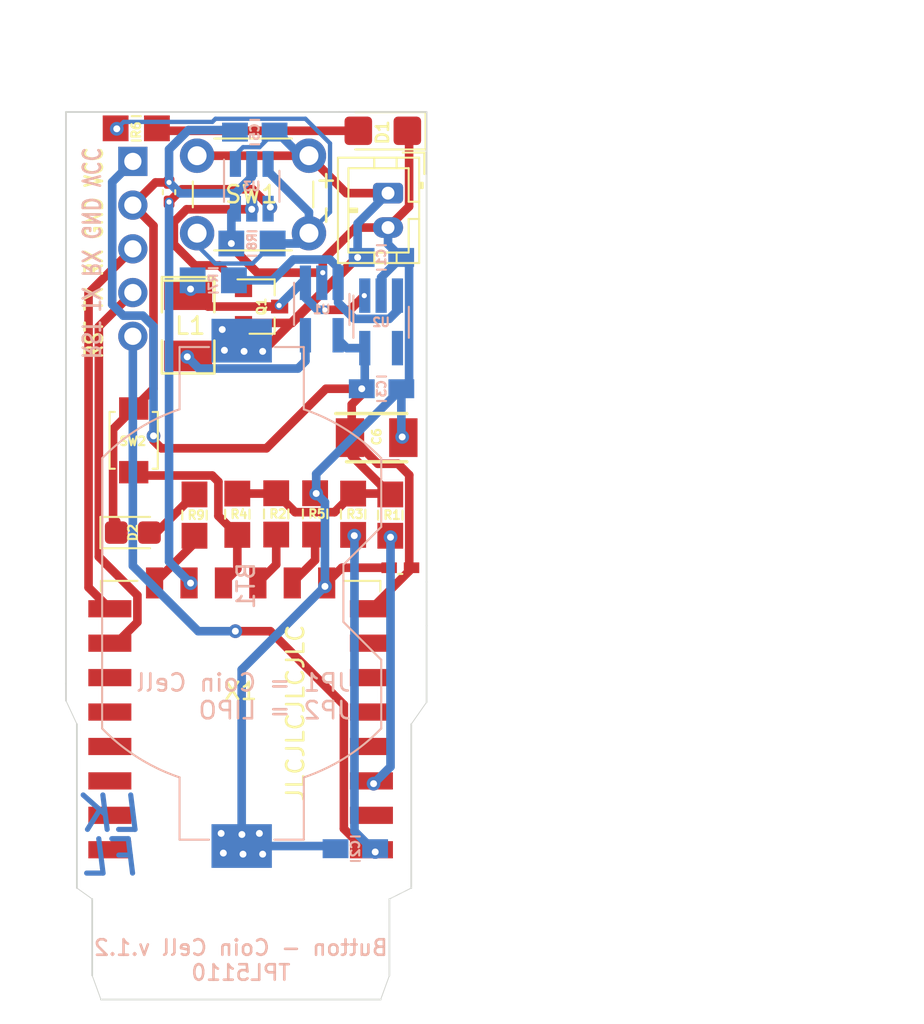
<source format=kicad_pcb>
(kicad_pcb (version 20171130) (host pcbnew "(5.1.9)-1")

  (general
    (thickness 1.6)
    (drawings 29)
    (tracks 220)
    (zones 0)
    (modules 29)
    (nets 20)
  )

  (page A4)
  (layers
    (0 F.Cu signal)
    (31 B.Cu signal)
    (32 B.Adhes user)
    (33 F.Adhes user hide)
    (34 B.Paste user)
    (35 F.Paste user)
    (36 B.SilkS user)
    (37 F.SilkS user)
    (38 B.Mask user)
    (39 F.Mask user)
    (40 Dwgs.User user)
    (41 Cmts.User user)
    (42 Eco1.User user)
    (43 Eco2.User user)
    (44 Edge.Cuts user)
    (45 Margin user)
    (46 B.CrtYd user hide)
    (47 F.CrtYd user)
    (48 B.Fab user hide)
    (49 F.Fab user)
  )

  (setup
    (last_trace_width 0.5)
    (user_trace_width 0.35)
    (user_trace_width 0.5)
    (trace_clearance 0.1)
    (zone_clearance 0.508)
    (zone_45_only no)
    (trace_min 0.2)
    (via_size 0.8)
    (via_drill 0.4)
    (via_min_size 0.4)
    (via_min_drill 0.3)
    (user_via 0.5 0.3)
    (uvia_size 0.3)
    (uvia_drill 0.1)
    (uvias_allowed no)
    (uvia_min_size 0.2)
    (uvia_min_drill 0.1)
    (edge_width 0.05)
    (segment_width 0.2)
    (pcb_text_width 0.3)
    (pcb_text_size 1.5 1.5)
    (mod_edge_width 0.12)
    (mod_text_size 1 1)
    (mod_text_width 0.15)
    (pad_size 1.524 1.524)
    (pad_drill 0.762)
    (pad_to_mask_clearance 0.051)
    (solder_mask_min_width 0.25)
    (aux_axis_origin 0 0)
    (visible_elements 7FFFFFFF)
    (pcbplotparams
      (layerselection 0x010fc_ffffffff)
      (usegerberextensions false)
      (usegerberattributes false)
      (usegerberadvancedattributes true)
      (creategerberjobfile false)
      (excludeedgelayer true)
      (linewidth 0.150000)
      (plotframeref false)
      (viasonmask false)
      (mode 1)
      (useauxorigin true)
      (hpglpennumber 1)
      (hpglpenspeed 20)
      (hpglpendiameter 15.000000)
      (psnegative false)
      (psa4output false)
      (plotreference true)
      (plotvalue true)
      (plotinvisibletext false)
      (padsonsilk false)
      (subtractmaskfromsilk false)
      (outputformat 1)
      (mirror false)
      (drillshape 0)
      (scaleselection 1)
      (outputdirectory "Gerber/"))
  )

  (net 0 "")
  (net 1 /VCC)
  (net 2 /GND)
  (net 3 /RST)
  (net 4 /RX)
  (net 5 /TX)
  (net 6 /EN)
  (net 7 /GPIO2)
  (net 8 /GPIO0)
  (net 9 "Net-(BT1-Pad1)")
  (net 10 "Net-(L1-Pad2)")
  (net 11 /GPIO15)
  (net 12 "Net-(R7-Pad2)")
  (net 13 /GPIO4)
  (net 14 "Net-(D2-Pad2)")
  (net 15 /GPIO5)
  (net 16 "Net-(D1-Pad2)")
  (net 17 "Net-(R6-Pad2)")
  (net 18 "Net-(L1-Pad1)")
  (net 19 "Net-(Q1-Pad1)")

  (net_class Default "This is the default net class."
    (clearance 0.1)
    (trace_width 0.25)
    (via_dia 0.8)
    (via_drill 0.4)
    (uvia_dia 0.3)
    (uvia_drill 0.1)
    (add_net /EN)
    (add_net /GND)
    (add_net /GPIO0)
    (add_net /GPIO15)
    (add_net /GPIO2)
    (add_net /GPIO4)
    (add_net /GPIO5)
    (add_net /RST)
    (add_net /RX)
    (add_net /TX)
    (add_net /VCC)
    (add_net "Net-(BT1-Pad1)")
    (add_net "Net-(D1-Pad2)")
    (add_net "Net-(D2-Pad2)")
    (add_net "Net-(L1-Pad1)")
    (add_net "Net-(L1-Pad2)")
    (add_net "Net-(Q1-Pad1)")
    (add_net "Net-(R6-Pad2)")
    (add_net "Net-(R7-Pad2)")
  )

  (module Connector_JST:JST_PH_B2B-PH-K_1x02_P2.00mm_Vertical (layer F.Cu) (tedit 5B7745C2) (tstamp 603267B2)
    (at 134.28472 55.51424 270)
    (descr "JST PH series connector, B2B-PH-K (http://www.jst-mfg.com/product/pdf/eng/ePH.pdf), generated with kicad-footprint-generator")
    (tags "connector JST PH side entry")
    (path /602FBA1B)
    (fp_text reference BT2 (at 0.3048 -2.6162 90) (layer F.SilkS) hide
      (effects (font (size 1 1) (thickness 0.15)))
    )
    (fp_text value Battery_Cell (at 1 4 90) (layer F.Fab)
      (effects (font (size 1 1) (thickness 0.15)))
    )
    (fp_line (start -2.06 -1.81) (end -2.06 2.91) (layer F.SilkS) (width 0.12))
    (fp_line (start -2.06 2.91) (end 4.06 2.91) (layer F.SilkS) (width 0.12))
    (fp_line (start 4.06 2.91) (end 4.06 -1.81) (layer F.SilkS) (width 0.12))
    (fp_line (start 4.06 -1.81) (end -2.06 -1.81) (layer F.SilkS) (width 0.12))
    (fp_line (start -0.3 -1.81) (end -0.3 -2.01) (layer F.SilkS) (width 0.12))
    (fp_line (start -0.3 -2.01) (end -0.6 -2.01) (layer F.SilkS) (width 0.12))
    (fp_line (start -0.6 -2.01) (end -0.6 -1.81) (layer F.SilkS) (width 0.12))
    (fp_line (start -0.3 -1.91) (end -0.6 -1.91) (layer F.SilkS) (width 0.12))
    (fp_line (start 0.5 -1.81) (end 0.5 -1.2) (layer F.SilkS) (width 0.12))
    (fp_line (start 0.5 -1.2) (end -1.45 -1.2) (layer F.SilkS) (width 0.12))
    (fp_line (start -1.45 -1.2) (end -1.45 2.3) (layer F.SilkS) (width 0.12))
    (fp_line (start -1.45 2.3) (end 3.45 2.3) (layer F.SilkS) (width 0.12))
    (fp_line (start 3.45 2.3) (end 3.45 -1.2) (layer F.SilkS) (width 0.12))
    (fp_line (start 3.45 -1.2) (end 1.5 -1.2) (layer F.SilkS) (width 0.12))
    (fp_line (start 1.5 -1.2) (end 1.5 -1.81) (layer F.SilkS) (width 0.12))
    (fp_line (start -2.06 -0.5) (end -1.45 -0.5) (layer F.SilkS) (width 0.12))
    (fp_line (start -2.06 0.8) (end -1.45 0.8) (layer F.SilkS) (width 0.12))
    (fp_line (start 4.06 -0.5) (end 3.45 -0.5) (layer F.SilkS) (width 0.12))
    (fp_line (start 4.06 0.8) (end 3.45 0.8) (layer F.SilkS) (width 0.12))
    (fp_line (start 0.9 2.3) (end 0.9 1.8) (layer F.SilkS) (width 0.12))
    (fp_line (start 0.9 1.8) (end 1.1 1.8) (layer F.SilkS) (width 0.12))
    (fp_line (start 1.1 1.8) (end 1.1 2.3) (layer F.SilkS) (width 0.12))
    (fp_line (start 1 2.3) (end 1 1.8) (layer F.SilkS) (width 0.12))
    (fp_line (start -1.11 -2.11) (end -2.36 -2.11) (layer F.SilkS) (width 0.12))
    (fp_line (start -2.36 -2.11) (end -2.36 -0.86) (layer F.SilkS) (width 0.12))
    (fp_line (start -1.11 -2.11) (end -2.36 -2.11) (layer F.Fab) (width 0.1))
    (fp_line (start -2.36 -2.11) (end -2.36 -0.86) (layer F.Fab) (width 0.1))
    (fp_line (start -1.95 -1.7) (end -1.95 2.8) (layer F.Fab) (width 0.1))
    (fp_line (start -1.95 2.8) (end 3.95 2.8) (layer F.Fab) (width 0.1))
    (fp_line (start 3.95 2.8) (end 3.95 -1.7) (layer F.Fab) (width 0.1))
    (fp_line (start 3.95 -1.7) (end -1.95 -1.7) (layer F.Fab) (width 0.1))
    (fp_line (start -2.45 -2.2) (end -2.45 3.3) (layer F.CrtYd) (width 0.05))
    (fp_line (start -2.45 3.3) (end 4.45 3.3) (layer F.CrtYd) (width 0.05))
    (fp_line (start 4.45 3.3) (end 4.45 -2.2) (layer F.CrtYd) (width 0.05))
    (fp_line (start 4.45 -2.2) (end -2.45 -2.2) (layer F.CrtYd) (width 0.05))
    (fp_text user %R (at 1 1.5 90) (layer F.Fab)
      (effects (font (size 1 1) (thickness 0.15)))
    )
    (pad 2 thru_hole oval (at 2 0 270) (size 1.2 1.75) (drill 0.75) (layers *.Cu *.Mask)
      (net 2 /GND))
    (pad 1 thru_hole roundrect (at 0 0 270) (size 1.2 1.75) (drill 0.75) (layers *.Cu *.Mask) (roundrect_rratio 0.2083325)
      (net 9 "Net-(BT1-Pad1)"))
    (model ${KISYS3DMOD}/Connector_JST.3dshapes/JST_PH_B2B-PH-K_1x02_P2.00mm_Vertical.wrl
      (at (xyz 0 0 0))
      (scale (xyz 1 1 1))
      (rotate (xyz 0 0 0))
    )
  )

  (module handsolder:SOT-23 (layer F.Cu) (tedit 6035930F) (tstamp 60352D97)
    (at 126.9365 62.103)
    (descr "SOT-23, Standard")
    (tags SOT-23)
    (path /60375658)
    (attr smd)
    (fp_text reference Q1 (at 0 0 90) (layer F.SilkS)
      (effects (font (size 0.5 0.5) (thickness 0.125)))
    )
    (fp_text value TSM2301ACX (at 0 2.5) (layer F.Fab)
      (effects (font (size 1 1) (thickness 0.15)))
    )
    (fp_line (start -0.7 -0.95) (end -0.7 1.5) (layer F.Fab) (width 0.1))
    (fp_line (start -0.15 -1.52) (end 0.7 -1.52) (layer F.Fab) (width 0.1))
    (fp_line (start -0.7 -0.95) (end -0.15 -1.52) (layer F.Fab) (width 0.1))
    (fp_line (start 0.7 -1.52) (end 0.7 1.52) (layer F.Fab) (width 0.1))
    (fp_line (start -0.7 1.52) (end 0.7 1.52) (layer F.Fab) (width 0.1))
    (fp_line (start 0.76 1.58) (end 0.76 0.65) (layer F.SilkS) (width 0.12))
    (fp_line (start 0.76 -1.58) (end 0.76 -0.65) (layer F.SilkS) (width 0.12))
    (fp_line (start -1.7 -1.75) (end 1.7 -1.75) (layer F.CrtYd) (width 0.05))
    (fp_line (start 1.7 -1.75) (end 1.7 1.75) (layer F.CrtYd) (width 0.05))
    (fp_line (start 1.7 1.75) (end -1.7 1.75) (layer F.CrtYd) (width 0.05))
    (fp_line (start -1.7 1.75) (end -1.7 -1.75) (layer F.CrtYd) (width 0.05))
    (fp_line (start 0.76 -1.58) (end -1.4 -1.58) (layer F.SilkS) (width 0.12))
    (fp_line (start 0.76 1.58) (end -0.7 1.58) (layer F.SilkS) (width 0.12))
    (fp_text user %R (at 0 0 90) (layer F.Fab)
      (effects (font (size 0.5 0.5) (thickness 0.075)))
    )
    (pad 3 smd rect (at 1.05 0) (size 1 0.8) (layers F.Cu F.Paste F.Mask)
      (net 18 "Net-(L1-Pad1)"))
    (pad 2 smd rect (at -1.05 0.95) (size 1 0.8) (layers F.Cu F.Paste F.Mask)
      (net 9 "Net-(BT1-Pad1)"))
    (pad 1 smd rect (at -1.05 -0.95) (size 1 0.8) (layers F.Cu F.Paste F.Mask)
      (net 19 "Net-(Q1-Pad1)"))
    (model ${KISYS3DMOD}/Package_TO_SOT_SMD.3dshapes/SOT-23.wrl
      (at (xyz 0 0 0))
      (scale (xyz 1 1 1))
      (rotate (xyz 0 0 0))
    )
  )

  (module handsolder:LED_0805_2012Metric_Castellated_mod (layer F.Cu) (tedit 60359125) (tstamp 6032680B)
    (at 119.4562 75.2348)
    (descr "LED SMD 0805 (2012 Metric), castellated end terminal, IPC_7351 nominal, (Body size source: https://docs.google.com/spreadsheets/d/1BsfQQcO9C6DZCsRaXUlFlo91Tg2WpOkGARC1WS5S8t0/edit?usp=sharing), generated with kicad-footprint-generator")
    (tags "LED castellated")
    (path /6032747F)
    (attr smd)
    (fp_text reference D2 (at 0 0 90) (layer F.SilkS)
      (effects (font (size 0.5 0.5) (thickness 0.125)))
    )
    (fp_text value LED (at 0 1.6 -180) (layer F.Fab)
      (effects (font (size 1 1) (thickness 0.15)))
    )
    (fp_line (start 1 -0.6) (end -0.7 -0.6) (layer F.Fab) (width 0.1))
    (fp_line (start -0.7 -0.6) (end -1 -0.3) (layer F.Fab) (width 0.1))
    (fp_line (start -1 -0.3) (end -1 0.6) (layer F.Fab) (width 0.1))
    (fp_line (start -1 0.6) (end 1 0.6) (layer F.Fab) (width 0.1))
    (fp_line (start 1 0.6) (end 1 -0.6) (layer F.Fab) (width 0.1))
    (fp_line (start 1 -0.91) (end -1.885 -0.91) (layer F.SilkS) (width 0.12))
    (fp_line (start -1.885 -0.91) (end -1.885 0.91) (layer F.SilkS) (width 0.12))
    (fp_line (start -1.885 0.91) (end 1 0.91) (layer F.SilkS) (width 0.12))
    (fp_line (start -1.88 0.9) (end -1.88 -0.9) (layer F.CrtYd) (width 0.05))
    (fp_line (start -1.88 -0.9) (end 1.88 -0.9) (layer F.CrtYd) (width 0.05))
    (fp_line (start 1.88 -0.9) (end 1.88 0.9) (layer F.CrtYd) (width 0.05))
    (fp_line (start 1.88 0.9) (end -1.88 0.9) (layer F.CrtYd) (width 0.05))
    (fp_text user %R (at 0 0 -180) (layer F.Fab)
      (effects (font (size 0.5 0.5) (thickness 0.08)))
    )
    (pad 2 smd roundrect (at 0.9625 0) (size 1.325 1.3) (layers F.Cu F.Paste F.Mask) (roundrect_rratio 0.1923076923076923)
      (net 14 "Net-(D2-Pad2)"))
    (pad 1 smd roundrect (at -0.9625 0) (size 1.325 1.3) (layers F.Cu F.Paste F.Mask) (roundrect_rratio 0.1923076923076923)
      (net 2 /GND))
    (model ${KISYS3DMOD}/LED_SMD.3dshapes/LED_0805_2012Metric_Castellated.wrl
      (at (xyz 0 0 0))
      (scale (xyz 1 1 1))
      (rotate (xyz 0 0 0))
    )
  )

  (module handsolder:C_0402_1005Metric_Pad0.74x0.62mm_HandSoldermod (layer F.Cu) (tedit 6036714F) (tstamp 6036D067)
    (at 135.001 77.27696 180)
    (descr "Capacitor SMD 0402 (1005 Metric), square (rectangular) end terminal, IPC_7351 nominal with elongated pad for handsoldering. (Body size source: IPC-SM-782 page 76, https://www.pcb-3d.com/wordpress/wp-content/uploads/ipc-sm-782a_amendment_1_and_2.pdf), generated with kicad-footprint-generator")
    (tags "capacitor handsolder")
    (path /6036880A)
    (attr smd)
    (fp_text reference C7 (at 0 0) (layer F.SilkS) hide
      (effects (font (size 0.5 0.5) (thickness 0.125)))
    )
    (fp_text value 100nF (at 0 1.16) (layer F.Fab)
      (effects (font (size 1 1) (thickness 0.15)))
    )
    (fp_line (start -0.5 0.25) (end -0.5 -0.25) (layer F.Fab) (width 0.1))
    (fp_line (start -0.5 -0.25) (end 0.5 -0.25) (layer F.Fab) (width 0.1))
    (fp_line (start 0.5 -0.25) (end 0.5 0.25) (layer F.Fab) (width 0.1))
    (fp_line (start 0.5 0.25) (end -0.5 0.25) (layer F.Fab) (width 0.1))
    (fp_line (start -0.115835 -0.36) (end 0.115835 -0.36) (layer F.SilkS) (width 0.12))
    (fp_line (start -1.08 0.46) (end -1.08 -0.46) (layer F.CrtYd) (width 0.05))
    (fp_line (start -1.08 -0.46) (end 1.08 -0.46) (layer F.CrtYd) (width 0.05))
    (fp_line (start 1.08 -0.46) (end 1.08 0.46) (layer F.CrtYd) (width 0.05))
    (fp_line (start 1.08 0.46) (end -1.08 0.46) (layer F.CrtYd) (width 0.05))
    (fp_text user %R (at 0 0) (layer F.Fab)
      (effects (font (size 0.25 0.25) (thickness 0.04)))
    )
    (pad 2 smd rect (at 0.65 0 180) (size 0.9 0.62) (layers F.Cu F.Paste F.Mask)
      (net 2 /GND))
    (pad 1 smd rect (at -0.65 0 180) (size 0.9 0.62) (layers F.Cu F.Paste F.Mask)
      (net 1 /VCC))
    (model ${KISYS3DMOD}/Capacitor_SMD.3dshapes/C_0402_1005Metric.wrl
      (at (xyz 0 0 0))
      (scale (xyz 1 1 1))
      (rotate (xyz 0 0 0))
    )
  )

  (module SamacSys_Parts:CAPPM3528X210N (layer F.Cu) (tedit 60364A5B) (tstamp 60368C4F)
    (at 133.62432 69.71792)
    (descr T495B-10)
    (tags "Capacitor Polarised")
    (path /60364890)
    (attr smd)
    (fp_text reference C6 (at 0 -0.05 270) (layer F.SilkS)
      (effects (font (size 0.5 0.5) (thickness 0.125)))
    )
    (fp_text value TAJB476M010TNJ (at 0 0 180) (layer F.SilkS) hide
      (effects (font (size 1.27 1.27) (thickness 0.254)))
    )
    (fp_line (start -2.625 -1.75) (end 2.625 -1.75) (layer F.CrtYd) (width 0.05))
    (fp_line (start 2.625 -1.75) (end 2.625 1.75) (layer F.CrtYd) (width 0.05))
    (fp_line (start 2.625 1.75) (end -2.625 1.75) (layer F.CrtYd) (width 0.05))
    (fp_line (start -2.625 1.75) (end -2.625 -1.75) (layer F.CrtYd) (width 0.05))
    (fp_line (start -1.75 -1.4) (end 1.75 -1.4) (layer F.Fab) (width 0.1))
    (fp_line (start 1.75 -1.4) (end 1.75 1.4) (layer F.Fab) (width 0.1))
    (fp_line (start 1.75 1.4) (end -1.75 1.4) (layer F.Fab) (width 0.1))
    (fp_line (start -1.75 1.4) (end -1.75 -1.4) (layer F.Fab) (width 0.1))
    (fp_line (start -1.75 -0.575) (end -0.925 -1.4) (layer F.Fab) (width 0.1))
    (fp_line (start 1.75 -1.4) (end -2.375 -1.4) (layer F.SilkS) (width 0.2))
    (fp_line (start -1.75 1.4) (end 1.75 1.4) (layer F.SilkS) (width 0.2))
    (fp_text user %R (at 0 0 180) (layer F.Fab)
      (effects (font (size 1.27 1.27) (thickness 0.254)))
    )
    (pad 2 smd rect (at 1.55 0) (size 1.65 2.25) (layers F.Cu F.Paste F.Mask)
      (net 2 /GND))
    (pad 1 smd rect (at -1.55 0) (size 1.65 2.25) (layers F.Cu F.Paste F.Mask)
      (net 1 /VCC))
    (model "C:\\Program Files\\KiCad\\SamacSys_Parts.3dshapes\\T495B476K006ATE450.stp"
      (at (xyz 0 0 0))
      (scale (xyz 1 1 1))
      (rotate (xyz 0 0 0))
    )
  )

  (module handsolder:SOT-23-6handsoldering (layer B.Cu) (tedit 603591F5) (tstamp 60352F89)
    (at 126.365 55.118 270)
    (descr "6-pin SOT-23 package")
    (tags SOT-23-6)
    (path /60354F1C)
    (attr smd)
    (fp_text reference U3 (at 0 0 180) (layer B.SilkS)
      (effects (font (size 0.5 0.5) (thickness 0.125)) (justify mirror))
    )
    (fp_text value TPL5110 (at 0 -2.9 270) (layer B.Fab)
      (effects (font (size 1 1) (thickness 0.15)) (justify mirror))
    )
    (fp_line (start -0.9 -1.61) (end 0.9 -1.61) (layer B.SilkS) (width 0.12))
    (fp_line (start 0.9 1.61) (end -1.55 1.61) (layer B.SilkS) (width 0.12))
    (fp_line (start 1.9 1.8) (end -1.9 1.8) (layer B.CrtYd) (width 0.05))
    (fp_line (start 1.9 -1.8) (end 1.9 1.8) (layer B.CrtYd) (width 0.05))
    (fp_line (start -1.9 -1.8) (end 1.9 -1.8) (layer B.CrtYd) (width 0.05))
    (fp_line (start -1.9 1.8) (end -1.9 -1.8) (layer B.CrtYd) (width 0.05))
    (fp_line (start -0.9 0.9) (end -0.25 1.55) (layer B.Fab) (width 0.1))
    (fp_line (start 0.9 1.55) (end -0.25 1.55) (layer B.Fab) (width 0.1))
    (fp_line (start -0.9 0.9) (end -0.9 -1.55) (layer B.Fab) (width 0.1))
    (fp_line (start 0.9 -1.55) (end -0.9 -1.55) (layer B.Fab) (width 0.1))
    (fp_line (start 0.9 1.55) (end 0.9 -1.55) (layer B.Fab) (width 0.1))
    (fp_text user %R (at 0 0) (layer B.Fab)
      (effects (font (size 0.5 0.5) (thickness 0.075)) (justify mirror))
    )
    (pad 5 smd rect (at 1.3 0 270) (size 1.5 0.65) (layers B.Cu B.Paste B.Mask)
      (net 19 "Net-(Q1-Pad1)"))
    (pad 6 smd rect (at 1.3 0.95 270) (size 1.5 0.65) (layers B.Cu B.Paste B.Mask)
      (net 2 /GND))
    (pad 4 smd rect (at 1.3 -0.95 270) (size 1.5 0.65) (layers B.Cu B.Paste B.Mask)
      (net 13 /GPIO4))
    (pad 3 smd rect (at -1.3 -0.95 270) (size 1.5 0.65) (layers B.Cu B.Paste B.Mask)
      (net 17 "Net-(R6-Pad2)"))
    (pad 2 smd rect (at -1.3 0 270) (size 1.5 0.65) (layers B.Cu B.Paste B.Mask)
      (net 2 /GND))
    (pad 1 smd rect (at -1.3 0.95 270) (size 1.5 0.65) (layers B.Cu B.Paste B.Mask)
      (net 9 "Net-(BT1-Pad1)"))
    (model ${KISYS3DMOD}/Package_TO_SOT_SMD.3dshapes/SOT-23-6.wrl
      (at (xyz 0 0 0))
      (scale (xyz 1 1 1))
      (rotate (xyz 0 0 0))
    )
  )

  (module handsolder:SOT-23-5_HandSolderingmod (layer B.Cu) (tedit 6035922E) (tstamp 60329F06)
    (at 130.43408 62.27064 270)
    (descr "5-pin SOT23 package")
    (tags "SOT-23-5 hand-soldering")
    (path /6033543B)
    (attr smd)
    (fp_text reference U1 (at 0 0 180) (layer B.SilkS)
      (effects (font (size 0.5 0.5) (thickness 0.125)) (justify mirror))
    )
    (fp_text value TPS61097A (at 10.287 -1.143 90) (layer B.SilkS) hide
      (effects (font (size 1 1) (thickness 0.15)) (justify mirror))
    )
    (fp_line (start -0.9 -1.61) (end 0.9 -1.61) (layer B.SilkS) (width 0.12))
    (fp_line (start 0.9 1.61) (end -1.55 1.61) (layer B.SilkS) (width 0.12))
    (fp_line (start -0.9 0.9) (end -0.25 1.55) (layer B.Fab) (width 0.1))
    (fp_line (start 0.9 1.55) (end -0.25 1.55) (layer B.Fab) (width 0.1))
    (fp_line (start -0.9 0.9) (end -0.9 -1.55) (layer B.Fab) (width 0.1))
    (fp_line (start 0.9 -1.55) (end -0.9 -1.55) (layer B.Fab) (width 0.1))
    (fp_line (start 0.9 1.55) (end 0.9 -1.55) (layer B.Fab) (width 0.1))
    (fp_line (start -2.38 1.8) (end 2.38 1.8) (layer B.CrtYd) (width 0.05))
    (fp_line (start -2.38 1.8) (end -2.38 -1.8) (layer B.CrtYd) (width 0.05))
    (fp_line (start 2.38 -1.8) (end 2.38 1.8) (layer B.CrtYd) (width 0.05))
    (fp_line (start 2.38 -1.8) (end -2.38 -1.8) (layer B.CrtYd) (width 0.05))
    (fp_text user %R (at 0 0) (layer B.Fab)
      (effects (font (size 0.5 0.5) (thickness 0.075)) (justify mirror))
    )
    (pad 5 smd rect (at 1.5 0.95 270) (size 2 0.65) (layers B.Cu B.Paste B.Mask)
      (net 10 "Net-(L1-Pad2)"))
    (pad 4 smd rect (at 1.5 -0.95 270) (size 2 0.65) (layers B.Cu B.Paste B.Mask)
      (net 1 /VCC))
    (pad 3 smd rect (at -1.55 -0.95 270) (size 2 0.65) (layers B.Cu B.Paste B.Mask)
      (net 12 "Net-(R7-Pad2)"))
    (pad 2 smd trapezoid (at -1.55 0 270) (size 2 0.65) (layers B.Cu B.Paste B.Mask)
      (net 2 /GND))
    (pad 1 smd rect (at -1.55 0.95 270) (size 2 0.65) (layers B.Cu B.Paste B.Mask)
      (net 18 "Net-(L1-Pad1)"))
    (model ${KISYS3DMOD}/Package_TO_SOT_SMD.3dshapes/SOT-23-5.wrl
      (at (xyz 0 0 0))
      (scale (xyz 1 1 1))
      (rotate (xyz 0 0 0))
    )
  )

  (module handsolder:SOT-23-5_HandSolderingmod (layer B.Cu) (tedit 6035922E) (tstamp 60326955)
    (at 133.8834 63.0174 270)
    (descr "5-pin SOT23 package")
    (tags "SOT-23-5 hand-soldering")
    (path /602F5FBE)
    (attr smd)
    (fp_text reference U2 (at 0 0 180) (layer B.SilkS)
      (effects (font (size 0.5 0.5) (thickness 0.125)) (justify mirror))
    )
    (fp_text value AP2112K-3.3 (at 10.287 -1.143 90) (layer B.SilkS) hide
      (effects (font (size 1 1) (thickness 0.15)) (justify mirror))
    )
    (fp_line (start -0.9 -1.61) (end 0.9 -1.61) (layer B.SilkS) (width 0.12))
    (fp_line (start 0.9 1.61) (end -1.55 1.61) (layer B.SilkS) (width 0.12))
    (fp_line (start -0.9 0.9) (end -0.25 1.55) (layer B.Fab) (width 0.1))
    (fp_line (start 0.9 1.55) (end -0.25 1.55) (layer B.Fab) (width 0.1))
    (fp_line (start -0.9 0.9) (end -0.9 -1.55) (layer B.Fab) (width 0.1))
    (fp_line (start 0.9 -1.55) (end -0.9 -1.55) (layer B.Fab) (width 0.1))
    (fp_line (start 0.9 1.55) (end 0.9 -1.55) (layer B.Fab) (width 0.1))
    (fp_line (start -2.38 1.8) (end 2.38 1.8) (layer B.CrtYd) (width 0.05))
    (fp_line (start -2.38 1.8) (end -2.38 -1.8) (layer B.CrtYd) (width 0.05))
    (fp_line (start 2.38 -1.8) (end 2.38 1.8) (layer B.CrtYd) (width 0.05))
    (fp_line (start 2.38 -1.8) (end -2.38 -1.8) (layer B.CrtYd) (width 0.05))
    (fp_text user %R (at 0 0) (layer B.Fab)
      (effects (font (size 0.5 0.5) (thickness 0.075)) (justify mirror))
    )
    (pad 5 smd rect (at 1.5 0.95 270) (size 2 0.65) (layers B.Cu B.Paste B.Mask)
      (net 1 /VCC))
    (pad 4 smd rect (at 1.5 -0.95 270) (size 2 0.65) (layers B.Cu B.Paste B.Mask))
    (pad 3 smd rect (at -1.55 -0.95 270) (size 2 0.65) (layers B.Cu B.Paste B.Mask)
      (net 12 "Net-(R7-Pad2)"))
    (pad 2 smd trapezoid (at -1.55 0 270) (size 2 0.65) (layers B.Cu B.Paste B.Mask)
      (net 2 /GND))
    (pad 1 smd rect (at -1.55 0.95 270) (size 2 0.65) (layers B.Cu B.Paste B.Mask)
      (net 18 "Net-(L1-Pad1)"))
    (model ${KISYS3DMOD}/Package_TO_SOT_SMD.3dshapes/SOT-23-5.wrl
      (at (xyz 0 0 0))
      (scale (xyz 1 1 1))
      (rotate (xyz 0 0 0))
    )
  )

  (module handsolder:C_0805_2012handsodermod (layer B.Cu) (tedit 603591CC) (tstamp 6034EF3D)
    (at 126.54088 51.9684 180)
    (descr "Capacitor SMD 0805 (2012 Metric), square (rectangular) end terminal, IPC_7351 nominal with elongated pad for handsoldering. (Body size source: https://docs.google.com/spreadsheets/d/1BsfQQcO9C6DZCsRaXUlFlo91Tg2WpOkGARC1WS5S8t0/edit?usp=sharing), generated with kicad-footprint-generator")
    (tags "capacitor handsolder")
    (path /6034F848)
    (attr smd)
    (fp_text reference C5 (at 0 0 270) (layer B.SilkS)
      (effects (font (size 0.5 0.5) (thickness 0.125)) (justify mirror))
    )
    (fp_text value 100nF (at 0 -1.65) (layer B.Fab) hide
      (effects (font (size 1 1) (thickness 0.15)) (justify mirror))
    )
    (fp_line (start -1 -0.6) (end -1 0.6) (layer B.Fab) (width 0.1))
    (fp_line (start -1 0.6) (end 1 0.6) (layer B.Fab) (width 0.1))
    (fp_line (start 1 0.6) (end 1 -0.6) (layer B.Fab) (width 0.1))
    (fp_line (start 1 -0.6) (end -1 -0.6) (layer B.Fab) (width 0.1))
    (fp_line (start -0.261252 0.71) (end 0.261252 0.71) (layer B.SilkS) (width 0.12))
    (fp_line (start -0.261252 -0.71) (end 0.261252 -0.71) (layer B.SilkS) (width 0.12))
    (fp_line (start -2 -0.95) (end -2 0.95) (layer B.CrtYd) (width 0.05))
    (fp_line (start -2 0.95) (end 2.05 0.95) (layer B.CrtYd) (width 0.05))
    (fp_line (start 2.05 0.95) (end 2.05 -0.95) (layer B.CrtYd) (width 0.05))
    (fp_line (start 2.05 -0.95) (end -2 -0.95) (layer B.CrtYd) (width 0.05))
    (fp_text user %R (at 0 0) (layer B.Fab)
      (effects (font (size 0.5 0.5) (thickness 0.08)) (justify mirror))
    )
    (pad 2 smd rect (at 1.15 0 180) (size 1.5 1.1) (layers B.Cu B.Paste B.Mask)
      (net 2 /GND))
    (pad 1 smd rect (at -1.15 0 180) (size 1.5 1.1) (layers B.Cu B.Paste B.Mask)
      (net 9 "Net-(BT1-Pad1)"))
    (model ${KISYS3DMOD}/Capacitor_SMD.3dshapes/C_0805_2012Metric.wrl
      (at (xyz 0 0 0))
      (scale (xyz 1 1 1))
      (rotate (xyz 0 0 0))
    )
  )

  (module handsolder:C_0805_2012handsodermod (layer B.Cu) (tedit 603591CC) (tstamp 603267C3)
    (at 133.9 59.25 180)
    (descr "Capacitor SMD 0805 (2012 Metric), square (rectangular) end terminal, IPC_7351 nominal with elongated pad for handsoldering. (Body size source: https://docs.google.com/spreadsheets/d/1BsfQQcO9C6DZCsRaXUlFlo91Tg2WpOkGARC1WS5S8t0/edit?usp=sharing), generated with kicad-footprint-generator")
    (tags "capacitor handsolder")
    (path /602D0C1F)
    (attr smd)
    (fp_text reference C1 (at 0 0 270) (layer B.SilkS)
      (effects (font (size 0.5 0.5) (thickness 0.125)) (justify mirror))
    )
    (fp_text value 10uF (at 0 -1.65) (layer B.Fab) hide
      (effects (font (size 1 1) (thickness 0.15)) (justify mirror))
    )
    (fp_line (start -1 -0.6) (end -1 0.6) (layer B.Fab) (width 0.1))
    (fp_line (start -1 0.6) (end 1 0.6) (layer B.Fab) (width 0.1))
    (fp_line (start 1 0.6) (end 1 -0.6) (layer B.Fab) (width 0.1))
    (fp_line (start 1 -0.6) (end -1 -0.6) (layer B.Fab) (width 0.1))
    (fp_line (start -0.261252 0.71) (end 0.261252 0.71) (layer B.SilkS) (width 0.12))
    (fp_line (start -0.261252 -0.71) (end 0.261252 -0.71) (layer B.SilkS) (width 0.12))
    (fp_line (start -2 -0.95) (end -2 0.95) (layer B.CrtYd) (width 0.05))
    (fp_line (start -2 0.95) (end 2.05 0.95) (layer B.CrtYd) (width 0.05))
    (fp_line (start 2.05 0.95) (end 2.05 -0.95) (layer B.CrtYd) (width 0.05))
    (fp_line (start 2.05 -0.95) (end -2 -0.95) (layer B.CrtYd) (width 0.05))
    (fp_text user %R (at 0 0) (layer B.Fab)
      (effects (font (size 0.5 0.5) (thickness 0.08)) (justify mirror))
    )
    (pad 2 smd rect (at 1.15 0 180) (size 1.5 1.1) (layers B.Cu B.Paste B.Mask)
      (net 9 "Net-(BT1-Pad1)"))
    (pad 1 smd rect (at -1.15 0 180) (size 1.5 1.1) (layers B.Cu B.Paste B.Mask)
      (net 2 /GND))
    (model ${KISYS3DMOD}/Capacitor_SMD.3dshapes/C_0805_2012Metric.wrl
      (at (xyz 0 0 0))
      (scale (xyz 1 1 1))
      (rotate (xyz 0 0 0))
    )
  )

  (module handsolder:C_0805_2012handsodermod (layer B.Cu) (tedit 603591CC) (tstamp 603267E5)
    (at 133.9088 66.8782)
    (descr "Capacitor SMD 0805 (2012 Metric), square (rectangular) end terminal, IPC_7351 nominal with elongated pad for handsoldering. (Body size source: https://docs.google.com/spreadsheets/d/1BsfQQcO9C6DZCsRaXUlFlo91Tg2WpOkGARC1WS5S8t0/edit?usp=sharing), generated with kicad-footprint-generator")
    (tags "capacitor handsolder")
    (path /602E3D4A)
    (attr smd)
    (fp_text reference C3 (at 0 0 -90) (layer B.SilkS)
      (effects (font (size 0.5 0.5) (thickness 0.125)) (justify mirror))
    )
    (fp_text value 10uF (at 0 -1.65) (layer B.Fab) hide
      (effects (font (size 1 1) (thickness 0.15)) (justify mirror))
    )
    (fp_line (start -1 -0.6) (end -1 0.6) (layer B.Fab) (width 0.1))
    (fp_line (start -1 0.6) (end 1 0.6) (layer B.Fab) (width 0.1))
    (fp_line (start 1 0.6) (end 1 -0.6) (layer B.Fab) (width 0.1))
    (fp_line (start 1 -0.6) (end -1 -0.6) (layer B.Fab) (width 0.1))
    (fp_line (start -0.261252 0.71) (end 0.261252 0.71) (layer B.SilkS) (width 0.12))
    (fp_line (start -0.261252 -0.71) (end 0.261252 -0.71) (layer B.SilkS) (width 0.12))
    (fp_line (start -2 -0.95) (end -2 0.95) (layer B.CrtYd) (width 0.05))
    (fp_line (start -2 0.95) (end 2.05 0.95) (layer B.CrtYd) (width 0.05))
    (fp_line (start 2.05 0.95) (end 2.05 -0.95) (layer B.CrtYd) (width 0.05))
    (fp_line (start 2.05 -0.95) (end -2 -0.95) (layer B.CrtYd) (width 0.05))
    (fp_text user %R (at 0 0) (layer B.Fab)
      (effects (font (size 0.5 0.5) (thickness 0.08)) (justify mirror))
    )
    (pad 2 smd rect (at 1.15 0) (size 1.5 1.1) (layers B.Cu B.Paste B.Mask)
      (net 2 /GND))
    (pad 1 smd rect (at -1.15 0) (size 1.5 1.1) (layers B.Cu B.Paste B.Mask)
      (net 1 /VCC))
    (model ${KISYS3DMOD}/Capacitor_SMD.3dshapes/C_0805_2012Metric.wrl
      (at (xyz 0 0 0))
      (scale (xyz 1 1 1))
      (rotate (xyz 0 0 0))
    )
  )

  (module handsolder:C_0805_2012handsodermod (layer B.Cu) (tedit 603591CC) (tstamp 603267D4)
    (at 132.3848 93.599)
    (descr "Capacitor SMD 0805 (2012 Metric), square (rectangular) end terminal, IPC_7351 nominal with elongated pad for handsoldering. (Body size source: https://docs.google.com/spreadsheets/d/1BsfQQcO9C6DZCsRaXUlFlo91Tg2WpOkGARC1WS5S8t0/edit?usp=sharing), generated with kicad-footprint-generator")
    (tags "capacitor handsolder")
    (path /602C896A)
    (attr smd)
    (fp_text reference C2 (at 0 0 -90) (layer B.SilkS)
      (effects (font (size 0.5 0.5) (thickness 0.125)) (justify mirror))
    )
    (fp_text value 100nF (at 0 -1.65) (layer B.Fab) hide
      (effects (font (size 1 1) (thickness 0.15)) (justify mirror))
    )
    (fp_line (start -1 -0.6) (end -1 0.6) (layer B.Fab) (width 0.1))
    (fp_line (start -1 0.6) (end 1 0.6) (layer B.Fab) (width 0.1))
    (fp_line (start 1 0.6) (end 1 -0.6) (layer B.Fab) (width 0.1))
    (fp_line (start 1 -0.6) (end -1 -0.6) (layer B.Fab) (width 0.1))
    (fp_line (start -0.261252 0.71) (end 0.261252 0.71) (layer B.SilkS) (width 0.12))
    (fp_line (start -0.261252 -0.71) (end 0.261252 -0.71) (layer B.SilkS) (width 0.12))
    (fp_line (start -2 -0.95) (end -2 0.95) (layer B.CrtYd) (width 0.05))
    (fp_line (start -2 0.95) (end 2.05 0.95) (layer B.CrtYd) (width 0.05))
    (fp_line (start 2.05 0.95) (end 2.05 -0.95) (layer B.CrtYd) (width 0.05))
    (fp_line (start 2.05 -0.95) (end -2 -0.95) (layer B.CrtYd) (width 0.05))
    (fp_text user %R (at 0 0) (layer B.Fab)
      (effects (font (size 0.5 0.5) (thickness 0.08)) (justify mirror))
    )
    (pad 2 smd rect (at 1.15 0) (size 1.5 1.1) (layers B.Cu B.Paste B.Mask)
      (net 3 /RST))
    (pad 1 smd rect (at -1.15 0) (size 1.5 1.1) (layers B.Cu B.Paste B.Mask)
      (net 2 /GND))
    (model ${KISYS3DMOD}/Capacitor_SMD.3dshapes/C_0805_2012Metric.wrl
      (at (xyz 0 0 0))
      (scale (xyz 1 1 1))
      (rotate (xyz 0 0 0))
    )
  )

  (module handsolder:R_0805_2012handsoldermod (layer F.Cu) (tedit 60358F22) (tstamp 603268F2)
    (at 123.0376 74.2188 270)
    (descr "Resistor SMD 0805 (2012 Metric), square (rectangular) end terminal, IPC_7351 nominal with elongated pad for handsoldering. (Body size source: https://docs.google.com/spreadsheets/d/1BsfQQcO9C6DZCsRaXUlFlo91Tg2WpOkGARC1WS5S8t0/edit?usp=sharing), generated with kicad-footprint-generator")
    (tags "resistor handsolder")
    (path /60325E7B)
    (attr smd)
    (fp_text reference R9 (at 0 -0.1) (layer F.SilkS)
      (effects (font (size 0.5 0.5) (thickness 0.125)))
    )
    (fp_text value 1k (at 0 1.65 90) (layer F.Fab) hide
      (effects (font (size 1 1) (thickness 0.15)))
    )
    (fp_line (start -1 0.6) (end -1 -0.6) (layer F.Fab) (width 0.1))
    (fp_line (start -1 -0.6) (end 1 -0.6) (layer F.Fab) (width 0.1))
    (fp_line (start 1 -0.6) (end 1 0.6) (layer F.Fab) (width 0.1))
    (fp_line (start 1 0.6) (end -1 0.6) (layer F.Fab) (width 0.1))
    (fp_line (start -0.261252 -0.71) (end 0.261252 -0.71) (layer F.SilkS) (width 0.12))
    (fp_line (start -0.261252 0.71) (end 0.261252 0.71) (layer F.SilkS) (width 0.12))
    (fp_line (start -2.05 0.95) (end -2.05 -0.95) (layer F.CrtYd) (width 0.05))
    (fp_line (start -2.05 -0.95) (end 2.05 -0.95) (layer F.CrtYd) (width 0.05))
    (fp_line (start 2.05 -0.95) (end 2.05 0.95) (layer F.CrtYd) (width 0.05))
    (fp_line (start 2.05 0.95) (end -2.05 0.95) (layer F.CrtYd) (width 0.05))
    (fp_text user %R (at 0 0 90) (layer F.Fab)
      (effects (font (size 0.5 0.5) (thickness 0.08)))
    )
    (pad 2 smd rect (at 1.2 0 270) (size 1.5 1.5) (layers F.Cu F.Paste F.Mask)
      (net 15 /GPIO5))
    (pad 1 smd rect (at -1.2 0 270) (size 1.5 1.5) (layers F.Cu F.Paste F.Mask)
      (net 14 "Net-(D2-Pad2)"))
    (model ${KISYS3DMOD}/Resistor_SMD.3dshapes/R_0805_2012Metric.wrl
      (at (xyz 0 0 0))
      (scale (xyz 1 1 1))
      (rotate (xyz 0 0 0))
    )
  )

  (module handsolder:R_0805_2012handsoldermod (layer B.Cu) (tedit 60358F22) (tstamp 603268E1)
    (at 126.38 58.44 180)
    (descr "Resistor SMD 0805 (2012 Metric), square (rectangular) end terminal, IPC_7351 nominal with elongated pad for handsoldering. (Body size source: https://docs.google.com/spreadsheets/d/1BsfQQcO9C6DZCsRaXUlFlo91Tg2WpOkGARC1WS5S8t0/edit?usp=sharing), generated with kicad-footprint-generator")
    (tags "resistor handsolder")
    (path /6031EA78)
    (attr smd)
    (fp_text reference R8 (at 0 0.1 270) (layer B.SilkS)
      (effects (font (size 0.5 0.5) (thickness 0.125)) (justify mirror))
    )
    (fp_text value 10k (at 0 -1.65) (layer B.Fab) hide
      (effects (font (size 1 1) (thickness 0.15)) (justify mirror))
    )
    (fp_line (start -1 -0.6) (end -1 0.6) (layer B.Fab) (width 0.1))
    (fp_line (start -1 0.6) (end 1 0.6) (layer B.Fab) (width 0.1))
    (fp_line (start 1 0.6) (end 1 -0.6) (layer B.Fab) (width 0.1))
    (fp_line (start 1 -0.6) (end -1 -0.6) (layer B.Fab) (width 0.1))
    (fp_line (start -0.261252 0.71) (end 0.261252 0.71) (layer B.SilkS) (width 0.12))
    (fp_line (start -0.261252 -0.71) (end 0.261252 -0.71) (layer B.SilkS) (width 0.12))
    (fp_line (start -2.05 -0.95) (end -2.05 0.95) (layer B.CrtYd) (width 0.05))
    (fp_line (start -2.05 0.95) (end 2.05 0.95) (layer B.CrtYd) (width 0.05))
    (fp_line (start 2.05 0.95) (end 2.05 -0.95) (layer B.CrtYd) (width 0.05))
    (fp_line (start 2.05 -0.95) (end -2.05 -0.95) (layer B.CrtYd) (width 0.05))
    (fp_text user %R (at 0 0) (layer B.Fab)
      (effects (font (size 0.5 0.5) (thickness 0.08)) (justify mirror))
    )
    (pad 2 smd rect (at 1.2 0 180) (size 1.5 1.5) (layers B.Cu B.Paste B.Mask)
      (net 2 /GND))
    (pad 1 smd rect (at -1.2 0 180) (size 1.5 1.5) (layers B.Cu B.Paste B.Mask)
      (net 17 "Net-(R6-Pad2)"))
    (model ${KISYS3DMOD}/Resistor_SMD.3dshapes/R_0805_2012Metric.wrl
      (at (xyz 0 0 0))
      (scale (xyz 1 1 1))
      (rotate (xyz 0 0 0))
    )
  )

  (module handsolder:R_0805_2012handsoldermod (layer B.Cu) (tedit 60358F22) (tstamp 603268D0)
    (at 124.1298 60.579)
    (descr "Resistor SMD 0805 (2012 Metric), square (rectangular) end terminal, IPC_7351 nominal with elongated pad for handsoldering. (Body size source: https://docs.google.com/spreadsheets/d/1BsfQQcO9C6DZCsRaXUlFlo91Tg2WpOkGARC1WS5S8t0/edit?usp=sharing), generated with kicad-footprint-generator")
    (tags "resistor handsolder")
    (path /602F7A06)
    (attr smd)
    (fp_text reference R7 (at 0 0.1 -90) (layer B.SilkS)
      (effects (font (size 0.5 0.5) (thickness 0.125)) (justify mirror))
    )
    (fp_text value 10k (at 0 -1.65) (layer B.Fab) hide
      (effects (font (size 1 1) (thickness 0.15)) (justify mirror))
    )
    (fp_line (start -1 -0.6) (end -1 0.6) (layer B.Fab) (width 0.1))
    (fp_line (start -1 0.6) (end 1 0.6) (layer B.Fab) (width 0.1))
    (fp_line (start 1 0.6) (end 1 -0.6) (layer B.Fab) (width 0.1))
    (fp_line (start 1 -0.6) (end -1 -0.6) (layer B.Fab) (width 0.1))
    (fp_line (start -0.261252 0.71) (end 0.261252 0.71) (layer B.SilkS) (width 0.12))
    (fp_line (start -0.261252 -0.71) (end 0.261252 -0.71) (layer B.SilkS) (width 0.12))
    (fp_line (start -2.05 -0.95) (end -2.05 0.95) (layer B.CrtYd) (width 0.05))
    (fp_line (start -2.05 0.95) (end 2.05 0.95) (layer B.CrtYd) (width 0.05))
    (fp_line (start 2.05 0.95) (end 2.05 -0.95) (layer B.CrtYd) (width 0.05))
    (fp_line (start 2.05 -0.95) (end -2.05 -0.95) (layer B.CrtYd) (width 0.05))
    (fp_text user %R (at 0 0) (layer B.Fab)
      (effects (font (size 0.5 0.5) (thickness 0.08)) (justify mirror))
    )
    (pad 2 smd rect (at 1.2 0) (size 1.5 1.5) (layers B.Cu B.Paste B.Mask)
      (net 12 "Net-(R7-Pad2)"))
    (pad 1 smd rect (at -1.2 0) (size 1.5 1.5) (layers B.Cu B.Paste B.Mask)
      (net 18 "Net-(L1-Pad1)"))
    (model ${KISYS3DMOD}/Resistor_SMD.3dshapes/R_0805_2012Metric.wrl
      (at (xyz 0 0 0))
      (scale (xyz 1 1 1))
      (rotate (xyz 0 0 0))
    )
  )

  (module handsolder:R_0805_2012handsoldermod (layer F.Cu) (tedit 60358F22) (tstamp 603268BF)
    (at 119.65432 51.74996 180)
    (descr "Resistor SMD 0805 (2012 Metric), square (rectangular) end terminal, IPC_7351 nominal with elongated pad for handsoldering. (Body size source: https://docs.google.com/spreadsheets/d/1BsfQQcO9C6DZCsRaXUlFlo91Tg2WpOkGARC1WS5S8t0/edit?usp=sharing), generated with kicad-footprint-generator")
    (tags "resistor handsolder")
    (path /602D454A)
    (attr smd)
    (fp_text reference R6 (at 0 -0.1 90) (layer F.SilkS)
      (effects (font (size 0.5 0.5) (thickness 0.125)))
    )
    (fp_text value 1k (at 0 1.65) (layer F.Fab) hide
      (effects (font (size 1 1) (thickness 0.15)))
    )
    (fp_line (start -1 0.6) (end -1 -0.6) (layer F.Fab) (width 0.1))
    (fp_line (start -1 -0.6) (end 1 -0.6) (layer F.Fab) (width 0.1))
    (fp_line (start 1 -0.6) (end 1 0.6) (layer F.Fab) (width 0.1))
    (fp_line (start 1 0.6) (end -1 0.6) (layer F.Fab) (width 0.1))
    (fp_line (start -0.261252 -0.71) (end 0.261252 -0.71) (layer F.SilkS) (width 0.12))
    (fp_line (start -0.261252 0.71) (end 0.261252 0.71) (layer F.SilkS) (width 0.12))
    (fp_line (start -2.05 0.95) (end -2.05 -0.95) (layer F.CrtYd) (width 0.05))
    (fp_line (start -2.05 -0.95) (end 2.05 -0.95) (layer F.CrtYd) (width 0.05))
    (fp_line (start 2.05 -0.95) (end 2.05 0.95) (layer F.CrtYd) (width 0.05))
    (fp_line (start 2.05 0.95) (end -2.05 0.95) (layer F.CrtYd) (width 0.05))
    (fp_text user %R (at 0 0) (layer F.Fab)
      (effects (font (size 0.5 0.5) (thickness 0.08)))
    )
    (pad 2 smd rect (at 1.2 0 180) (size 1.5 1.5) (layers F.Cu F.Paste F.Mask)
      (net 17 "Net-(R6-Pad2)"))
    (pad 1 smd rect (at -1.2 0 180) (size 1.5 1.5) (layers F.Cu F.Paste F.Mask)
      (net 16 "Net-(D1-Pad2)"))
    (model ${KISYS3DMOD}/Resistor_SMD.3dshapes/R_0805_2012Metric.wrl
      (at (xyz 0 0 0))
      (scale (xyz 1 1 1))
      (rotate (xyz 0 0 0))
    )
  )

  (module handsolder:R_0805_2012handsoldermod (layer F.Cu) (tedit 60358F22) (tstamp 603268AE)
    (at 130.048 74.1488 270)
    (descr "Resistor SMD 0805 (2012 Metric), square (rectangular) end terminal, IPC_7351 nominal with elongated pad for handsoldering. (Body size source: https://docs.google.com/spreadsheets/d/1BsfQQcO9C6DZCsRaXUlFlo91Tg2WpOkGARC1WS5S8t0/edit?usp=sharing), generated with kicad-footprint-generator")
    (tags "resistor handsolder")
    (path /602CA91E)
    (attr smd)
    (fp_text reference R5 (at 0 -0.1) (layer F.SilkS)
      (effects (font (size 0.5 0.5) (thickness 0.125)))
    )
    (fp_text value 4.7k (at 0 1.65 90) (layer F.Fab) hide
      (effects (font (size 1 1) (thickness 0.15)))
    )
    (fp_line (start -1 0.6) (end -1 -0.6) (layer F.Fab) (width 0.1))
    (fp_line (start -1 -0.6) (end 1 -0.6) (layer F.Fab) (width 0.1))
    (fp_line (start 1 -0.6) (end 1 0.6) (layer F.Fab) (width 0.1))
    (fp_line (start 1 0.6) (end -1 0.6) (layer F.Fab) (width 0.1))
    (fp_line (start -0.261252 -0.71) (end 0.261252 -0.71) (layer F.SilkS) (width 0.12))
    (fp_line (start -0.261252 0.71) (end 0.261252 0.71) (layer F.SilkS) (width 0.12))
    (fp_line (start -2.05 0.95) (end -2.05 -0.95) (layer F.CrtYd) (width 0.05))
    (fp_line (start -2.05 -0.95) (end 2.05 -0.95) (layer F.CrtYd) (width 0.05))
    (fp_line (start 2.05 -0.95) (end 2.05 0.95) (layer F.CrtYd) (width 0.05))
    (fp_line (start 2.05 0.95) (end -2.05 0.95) (layer F.CrtYd) (width 0.05))
    (fp_text user %R (at 0 0 90) (layer F.Fab)
      (effects (font (size 0.5 0.5) (thickness 0.08)))
    )
    (pad 2 smd rect (at 1.2 0 270) (size 1.5 1.5) (layers F.Cu F.Paste F.Mask)
      (net 11 /GPIO15))
    (pad 1 smd rect (at -1.2 0 270) (size 1.5 1.5) (layers F.Cu F.Paste F.Mask)
      (net 2 /GND))
    (model ${KISYS3DMOD}/Resistor_SMD.3dshapes/R_0805_2012Metric.wrl
      (at (xyz 0 0 0))
      (scale (xyz 1 1 1))
      (rotate (xyz 0 0 0))
    )
  )

  (module handsolder:R_0805_2012handsoldermod (layer F.Cu) (tedit 60358F22) (tstamp 6032689D)
    (at 125.5268 74.168 270)
    (descr "Resistor SMD 0805 (2012 Metric), square (rectangular) end terminal, IPC_7351 nominal with elongated pad for handsoldering. (Body size source: https://docs.google.com/spreadsheets/d/1BsfQQcO9C6DZCsRaXUlFlo91Tg2WpOkGARC1WS5S8t0/edit?usp=sharing), generated with kicad-footprint-generator")
    (tags "resistor handsolder")
    (path /602CA541)
    (attr smd)
    (fp_text reference R4 (at 0 -0.1) (layer F.SilkS)
      (effects (font (size 0.5 0.5) (thickness 0.125)))
    )
    (fp_text value 10k (at 0 1.65 90) (layer F.Fab) hide
      (effects (font (size 1 1) (thickness 0.15)))
    )
    (fp_line (start -1 0.6) (end -1 -0.6) (layer F.Fab) (width 0.1))
    (fp_line (start -1 -0.6) (end 1 -0.6) (layer F.Fab) (width 0.1))
    (fp_line (start 1 -0.6) (end 1 0.6) (layer F.Fab) (width 0.1))
    (fp_line (start 1 0.6) (end -1 0.6) (layer F.Fab) (width 0.1))
    (fp_line (start -0.261252 -0.71) (end 0.261252 -0.71) (layer F.SilkS) (width 0.12))
    (fp_line (start -0.261252 0.71) (end 0.261252 0.71) (layer F.SilkS) (width 0.12))
    (fp_line (start -2.05 0.95) (end -2.05 -0.95) (layer F.CrtYd) (width 0.05))
    (fp_line (start -2.05 -0.95) (end 2.05 -0.95) (layer F.CrtYd) (width 0.05))
    (fp_line (start 2.05 -0.95) (end 2.05 0.95) (layer F.CrtYd) (width 0.05))
    (fp_line (start 2.05 0.95) (end -2.05 0.95) (layer F.CrtYd) (width 0.05))
    (fp_text user %R (at 0 0 90) (layer F.Fab)
      (effects (font (size 0.5 0.5) (thickness 0.08)))
    )
    (pad 2 smd rect (at 1.2 0 270) (size 1.5 1.5) (layers F.Cu F.Paste F.Mask)
      (net 8 /GPIO0))
    (pad 1 smd rect (at -1.2 0 270) (size 1.5 1.5) (layers F.Cu F.Paste F.Mask)
      (net 1 /VCC))
    (model ${KISYS3DMOD}/Resistor_SMD.3dshapes/R_0805_2012Metric.wrl
      (at (xyz 0 0 0))
      (scale (xyz 1 1 1))
      (rotate (xyz 0 0 0))
    )
  )

  (module handsolder:R_0805_2012handsoldermod (layer F.Cu) (tedit 60358F22) (tstamp 6032688C)
    (at 132.2578 74.168 270)
    (descr "Resistor SMD 0805 (2012 Metric), square (rectangular) end terminal, IPC_7351 nominal with elongated pad for handsoldering. (Body size source: https://docs.google.com/spreadsheets/d/1BsfQQcO9C6DZCsRaXUlFlo91Tg2WpOkGARC1WS5S8t0/edit?usp=sharing), generated with kicad-footprint-generator")
    (tags "resistor handsolder")
    (path /602C7954)
    (attr smd)
    (fp_text reference R3 (at 0 -0.1) (layer F.SilkS)
      (effects (font (size 0.5 0.5) (thickness 0.125)))
    )
    (fp_text value 10k (at 0 1.65 90) (layer F.Fab) hide
      (effects (font (size 1 1) (thickness 0.15)))
    )
    (fp_line (start -1 0.6) (end -1 -0.6) (layer F.Fab) (width 0.1))
    (fp_line (start -1 -0.6) (end 1 -0.6) (layer F.Fab) (width 0.1))
    (fp_line (start 1 -0.6) (end 1 0.6) (layer F.Fab) (width 0.1))
    (fp_line (start 1 0.6) (end -1 0.6) (layer F.Fab) (width 0.1))
    (fp_line (start -0.261252 -0.71) (end 0.261252 -0.71) (layer F.SilkS) (width 0.12))
    (fp_line (start -0.261252 0.71) (end 0.261252 0.71) (layer F.SilkS) (width 0.12))
    (fp_line (start -2.05 0.95) (end -2.05 -0.95) (layer F.CrtYd) (width 0.05))
    (fp_line (start -2.05 -0.95) (end 2.05 -0.95) (layer F.CrtYd) (width 0.05))
    (fp_line (start 2.05 -0.95) (end 2.05 0.95) (layer F.CrtYd) (width 0.05))
    (fp_line (start 2.05 0.95) (end -2.05 0.95) (layer F.CrtYd) (width 0.05))
    (fp_text user %R (at 0 0 90) (layer F.Fab)
      (effects (font (size 0.5 0.5) (thickness 0.08)))
    )
    (pad 2 smd rect (at 1.2 0 270) (size 1.5 1.5) (layers F.Cu F.Paste F.Mask)
      (net 3 /RST))
    (pad 1 smd rect (at -1.2 0 270) (size 1.5 1.5) (layers F.Cu F.Paste F.Mask)
      (net 1 /VCC))
    (model ${KISYS3DMOD}/Resistor_SMD.3dshapes/R_0805_2012Metric.wrl
      (at (xyz 0 0 0))
      (scale (xyz 1 1 1))
      (rotate (xyz 0 0 0))
    )
  )

  (module handsolder:R_0805_2012handsoldermod (layer F.Cu) (tedit 60358F22) (tstamp 6032687B)
    (at 127.7874 74.1488 270)
    (descr "Resistor SMD 0805 (2012 Metric), square (rectangular) end terminal, IPC_7351 nominal with elongated pad for handsoldering. (Body size source: https://docs.google.com/spreadsheets/d/1BsfQQcO9C6DZCsRaXUlFlo91Tg2WpOkGARC1WS5S8t0/edit?usp=sharing), generated with kicad-footprint-generator")
    (tags "resistor handsolder")
    (path /602CC605)
    (attr smd)
    (fp_text reference R2 (at 0 -0.1) (layer F.SilkS)
      (effects (font (size 0.5 0.5) (thickness 0.125)))
    )
    (fp_text value 10k (at 0 1.65 90) (layer F.Fab) hide
      (effects (font (size 1 1) (thickness 0.15)))
    )
    (fp_line (start -1 0.6) (end -1 -0.6) (layer F.Fab) (width 0.1))
    (fp_line (start -1 -0.6) (end 1 -0.6) (layer F.Fab) (width 0.1))
    (fp_line (start 1 -0.6) (end 1 0.6) (layer F.Fab) (width 0.1))
    (fp_line (start 1 0.6) (end -1 0.6) (layer F.Fab) (width 0.1))
    (fp_line (start -0.261252 -0.71) (end 0.261252 -0.71) (layer F.SilkS) (width 0.12))
    (fp_line (start -0.261252 0.71) (end 0.261252 0.71) (layer F.SilkS) (width 0.12))
    (fp_line (start -2.05 0.95) (end -2.05 -0.95) (layer F.CrtYd) (width 0.05))
    (fp_line (start -2.05 -0.95) (end 2.05 -0.95) (layer F.CrtYd) (width 0.05))
    (fp_line (start 2.05 -0.95) (end 2.05 0.95) (layer F.CrtYd) (width 0.05))
    (fp_line (start 2.05 0.95) (end -2.05 0.95) (layer F.CrtYd) (width 0.05))
    (fp_text user %R (at 0 0 90) (layer F.Fab)
      (effects (font (size 0.5 0.5) (thickness 0.08)))
    )
    (pad 2 smd rect (at 1.2 0 270) (size 1.5 1.5) (layers F.Cu F.Paste F.Mask)
      (net 7 /GPIO2))
    (pad 1 smd rect (at -1.2 0 270) (size 1.5 1.5) (layers F.Cu F.Paste F.Mask)
      (net 1 /VCC))
    (model ${KISYS3DMOD}/Resistor_SMD.3dshapes/R_0805_2012Metric.wrl
      (at (xyz 0 0 0))
      (scale (xyz 1 1 1))
      (rotate (xyz 0 0 0))
    )
  )

  (module handsolder:R_0805_2012handsoldermod (layer F.Cu) (tedit 60358F22) (tstamp 6032686A)
    (at 134.4168 74.2188 270)
    (descr "Resistor SMD 0805 (2012 Metric), square (rectangular) end terminal, IPC_7351 nominal with elongated pad for handsoldering. (Body size source: https://docs.google.com/spreadsheets/d/1BsfQQcO9C6DZCsRaXUlFlo91Tg2WpOkGARC1WS5S8t0/edit?usp=sharing), generated with kicad-footprint-generator")
    (tags "resistor handsolder")
    (path /602C727C)
    (attr smd)
    (fp_text reference R1 (at 0 -0.1) (layer F.SilkS)
      (effects (font (size 0.5 0.5) (thickness 0.125)))
    )
    (fp_text value 10k (at 0 1.65 90) (layer F.Fab) hide
      (effects (font (size 1 1) (thickness 0.15)))
    )
    (fp_line (start -1 0.6) (end -1 -0.6) (layer F.Fab) (width 0.1))
    (fp_line (start -1 -0.6) (end 1 -0.6) (layer F.Fab) (width 0.1))
    (fp_line (start 1 -0.6) (end 1 0.6) (layer F.Fab) (width 0.1))
    (fp_line (start 1 0.6) (end -1 0.6) (layer F.Fab) (width 0.1))
    (fp_line (start -0.261252 -0.71) (end 0.261252 -0.71) (layer F.SilkS) (width 0.12))
    (fp_line (start -0.261252 0.71) (end 0.261252 0.71) (layer F.SilkS) (width 0.12))
    (fp_line (start -2.05 0.95) (end -2.05 -0.95) (layer F.CrtYd) (width 0.05))
    (fp_line (start -2.05 -0.95) (end 2.05 -0.95) (layer F.CrtYd) (width 0.05))
    (fp_line (start 2.05 -0.95) (end 2.05 0.95) (layer F.CrtYd) (width 0.05))
    (fp_line (start 2.05 0.95) (end -2.05 0.95) (layer F.CrtYd) (width 0.05))
    (fp_text user %R (at 0 0 90) (layer F.Fab)
      (effects (font (size 0.5 0.5) (thickness 0.08)))
    )
    (pad 2 smd rect (at 1.2 0 270) (size 1.5 1.5) (layers F.Cu F.Paste F.Mask)
      (net 6 /EN))
    (pad 1 smd rect (at -1.2 0 270) (size 1.5 1.5) (layers F.Cu F.Paste F.Mask)
      (net 1 /VCC))
    (model ${KISYS3DMOD}/Resistor_SMD.3dshapes/R_0805_2012Metric.wrl
      (at (xyz 0 0 0))
      (scale (xyz 1 1 1))
      (rotate (xyz 0 0 0))
    )
  )

  (module handsolder:SW_SPST_B3U-1000P_mod (layer F.Cu) (tedit 60353A91) (tstamp 6032692A)
    (at 119.507 69.8754 90)
    (descr "Ultra-small-sized Tactile Switch with High Contact Reliability, Top-actuated Model, without Ground Terminal, without Boss")
    (tags "Tactile Switch")
    (path /602CDBD4)
    (attr smd)
    (fp_text reference SW2 (at -0.05 -0.05) (layer F.SilkS)
      (effects (font (size 0.5 0.5) (thickness 0.125)))
    )
    (fp_text value SW_Push (at 0 2.5 90) (layer F.Fab)
      (effects (font (size 1 1) (thickness 0.15)))
    )
    (fp_circle (center 0 0) (end 0.75 0) (layer F.Fab) (width 0.1))
    (fp_line (start -1.5 1.25) (end -1.5 -1.25) (layer F.Fab) (width 0.1))
    (fp_line (start 1.5 1.25) (end -1.5 1.25) (layer F.Fab) (width 0.1))
    (fp_line (start 1.5 -1.25) (end 1.5 1.25) (layer F.Fab) (width 0.1))
    (fp_line (start -1.5 -1.25) (end 1.5 -1.25) (layer F.Fab) (width 0.1))
    (fp_line (start 1.65 -1.4) (end 1.65 -1.1) (layer F.SilkS) (width 0.12))
    (fp_line (start -1.65 -1.4) (end 1.65 -1.4) (layer F.SilkS) (width 0.12))
    (fp_line (start -1.65 -1.1) (end -1.65 -1.4) (layer F.SilkS) (width 0.12))
    (fp_line (start 1.65 1.4) (end 1.65 1.1) (layer F.SilkS) (width 0.12))
    (fp_line (start -1.65 1.4) (end 1.65 1.4) (layer F.SilkS) (width 0.12))
    (fp_line (start -1.65 1.1) (end -1.65 1.4) (layer F.SilkS) (width 0.12))
    (fp_line (start -2.5 -1.65) (end -2.5 1.65) (layer F.CrtYd) (width 0.05))
    (fp_line (start 2.5 -1.65) (end -2.5 -1.65) (layer F.CrtYd) (width 0.05))
    (fp_line (start 2.5 1.65) (end 2.5 -1.65) (layer F.CrtYd) (width 0.05))
    (fp_line (start -2.5 1.65) (end 2.5 1.65) (layer F.CrtYd) (width 0.05))
    (fp_text user %R (at 0 -2.5 90) (layer F.Fab)
      (effects (font (size 1 1) (thickness 0.15)))
    )
    (pad 2 smd rect (at 1.85 0 90) (size 1.3 1.7) (layers F.Cu F.Paste F.Mask)
      (net 2 /GND))
    (pad 1 smd rect (at -1.85 0 90) (size 1.3 1.7) (layers F.Cu F.Paste F.Mask)
      (net 8 /GPIO0))
    (model ${KISYS3DMOD}/Button_Switch_SMD.3dshapes/SW_SPST_B3U-1000P.wrl
      (at (xyz 0 0 0))
      (scale (xyz 1 1 1))
      (rotate (xyz 0 0 0))
    )
  )

  (module handsolder:SW_PUSH_6mm_H8mm_mod (layer F.Cu) (tedit 60353762) (tstamp 60326911)
    (at 123.19 53.34)
    (descr "tactile push button, 6x6mm e.g. PHAP33xx series, height=8mm")
    (tags "tact sw push 6mm")
    (path /602CFCB7)
    (fp_text reference SW1 (at 3.15 2.25) (layer F.SilkS)
      (effects (font (size 1 1) (thickness 0.15)))
    )
    (fp_text value SW_Push (at 3.75 6.7) (layer F.Fab)
      (effects (font (size 1 1) (thickness 0.15)))
    )
    (fp_circle (center 3.25 2.25) (end 1.25 2.5) (layer F.Fab) (width 0.1))
    (fp_line (start 6.75 3) (end 6.75 1.5) (layer F.SilkS) (width 0.12))
    (fp_line (start 5.5 -1) (end 1 -1) (layer F.SilkS) (width 0.12))
    (fp_line (start -0.25 1.5) (end -0.25 3) (layer F.SilkS) (width 0.12))
    (fp_line (start 1 5.5) (end 5.5 5.5) (layer F.SilkS) (width 0.12))
    (fp_line (start 8 -1.25) (end 8 5.75) (layer F.CrtYd) (width 0.05))
    (fp_line (start 7.75 6) (end -1.25 6) (layer F.CrtYd) (width 0.05))
    (fp_line (start -1.5 5.75) (end -1.5 -1.25) (layer F.CrtYd) (width 0.05))
    (fp_line (start -1.25 -1.5) (end 7.75 -1.5) (layer F.CrtYd) (width 0.05))
    (fp_line (start -1.5 6) (end -1.25 6) (layer F.CrtYd) (width 0.05))
    (fp_line (start -1.5 5.75) (end -1.5 6) (layer F.CrtYd) (width 0.05))
    (fp_line (start -1.5 -1.5) (end -1.25 -1.5) (layer F.CrtYd) (width 0.05))
    (fp_line (start -1.5 -1.25) (end -1.5 -1.5) (layer F.CrtYd) (width 0.05))
    (fp_line (start 8 -1.5) (end 8 -1.25) (layer F.CrtYd) (width 0.05))
    (fp_line (start 7.75 -1.5) (end 8 -1.5) (layer F.CrtYd) (width 0.05))
    (fp_line (start 8 6) (end 8 5.75) (layer F.CrtYd) (width 0.05))
    (fp_line (start 7.75 6) (end 8 6) (layer F.CrtYd) (width 0.05))
    (fp_line (start 0.25 -0.75) (end 3.25 -0.75) (layer F.Fab) (width 0.1))
    (fp_line (start 0.25 5.25) (end 0.25 -0.75) (layer F.Fab) (width 0.1))
    (fp_line (start 6.25 5.25) (end 0.25 5.25) (layer F.Fab) (width 0.1))
    (fp_line (start 6.25 -0.75) (end 6.25 5.25) (layer F.Fab) (width 0.1))
    (fp_line (start 3.25 -0.75) (end 6.25 -0.75) (layer F.Fab) (width 0.1))
    (fp_text user %R (at 3.25 2.25) (layer F.Fab)
      (effects (font (size 1 1) (thickness 0.15)))
    )
    (pad 1 thru_hole circle (at 6.5 0 90) (size 2 2) (drill 1.1) (layers *.Cu *.Mask)
      (net 9 "Net-(BT1-Pad1)"))
    (pad 2 thru_hole circle (at 6.5 4.5 90) (size 2 2) (drill 1.1) (layers *.Cu *.Mask)
      (net 17 "Net-(R6-Pad2)"))
    (pad 1 thru_hole circle (at 0 0 90) (size 2 2) (drill 1.1) (layers *.Cu *.Mask)
      (net 9 "Net-(BT1-Pad1)"))
    (pad 2 thru_hole circle (at 0 4.5 90) (size 2 2) (drill 1.1) (layers *.Cu *.Mask)
      (net 17 "Net-(R6-Pad2)"))
    (model ${KISYS3DMOD}/Button_Switch_THT.3dshapes/SW_PUSH_6mm_H8mm.wrl
      (at (xyz 0 0 0))
      (scale (xyz 1 1 1))
      (rotate (xyz 0 0 0))
    )
  )

  (module handsolder:PinSocket_1x05_P2.54mm_Vertical_mod (layer F.Cu) (tedit 603537B0) (tstamp 60326824)
    (at 119.4562 53.6702)
    (descr "Through hole straight socket strip, 1x05, 2.54mm pitch, single row (from Kicad 4.0.7), script generated")
    (tags "Through hole socket strip THT 1x05 2.54mm single row")
    (path /60301345)
    (fp_text reference J1 (at 0 -2.77) (layer F.SilkS) hide
      (effects (font (size 1 1) (thickness 0.15)))
    )
    (fp_text value Conn_01x05_Female (at 0 12.93) (layer F.Fab)
      (effects (font (size 1 1) (thickness 0.15)))
    )
    (fp_line (start -1.8 11.9) (end -1.8 -1.8) (layer F.CrtYd) (width 0.05))
    (fp_line (start 1.75 11.9) (end -1.8 11.9) (layer F.CrtYd) (width 0.05))
    (fp_line (start 1.75 -1.8) (end 1.75 11.9) (layer F.CrtYd) (width 0.05))
    (fp_line (start -1.8 -1.8) (end 1.75 -1.8) (layer F.CrtYd) (width 0.05))
    (fp_line (start -1.27 11.43) (end -1.27 -1.27) (layer F.Fab) (width 0.1))
    (fp_line (start 1.27 11.43) (end -1.27 11.43) (layer F.Fab) (width 0.1))
    (fp_line (start 1.27 -0.635) (end 1.27 11.43) (layer F.Fab) (width 0.1))
    (fp_line (start 0.635 -1.27) (end 1.27 -0.635) (layer F.Fab) (width 0.1))
    (fp_line (start -1.27 -1.27) (end 0.635 -1.27) (layer F.Fab) (width 0.1))
    (fp_text user %R (at 0 5.08 90) (layer F.Fab)
      (effects (font (size 1 1) (thickness 0.15)))
    )
    (pad 5 thru_hole oval (at 0 10.16) (size 1.7 1.7) (drill 1) (layers *.Cu *.Mask)
      (net 3 /RST))
    (pad 4 thru_hole oval (at 0 7.62) (size 1.7 1.7) (drill 1) (layers *.Cu *.Mask)
      (net 5 /TX))
    (pad 3 thru_hole oval (at 0 5.08) (size 1.7 1.7) (drill 1) (layers *.Cu *.Mask)
      (net 4 /RX))
    (pad 2 thru_hole oval (at 0 2.54) (size 1.7 1.7) (drill 1) (layers *.Cu *.Mask)
      (net 2 /GND))
    (pad 1 thru_hole rect (at 0 0) (size 1.7 1.7) (drill 1) (layers *.Cu *.Mask)
      (net 1 /VCC))
    (model ${KISYS3DMOD}/Connector_PinSocket_2.54mm.3dshapes/PinSocket_1x05_P2.54mm_Vertical.wrl
      (at (xyz 0 0 0))
      (scale (xyz 1 1 1))
      (rotate (xyz 0 0 0))
    )
  )

  (module Capacitor_SMD:C_0402_1005Metric_Pad0.74x0.62mm_HandSolder (layer F.Cu) (tedit 5F6BB22C) (tstamp 60343163)
    (at 121.56 55.46 90)
    (descr "Capacitor SMD 0402 (1005 Metric), square (rectangular) end terminal, IPC_7351 nominal with elongated pad for handsoldering. (Body size source: IPC-SM-782 page 76, https://www.pcb-3d.com/wordpress/wp-content/uploads/ipc-sm-782a_amendment_1_and_2.pdf), generated with kicad-footprint-generator")
    (tags "capacitor handsolder")
    (path /6034B321)
    (attr smd)
    (fp_text reference C4 (at 0 -1.16 90) (layer F.SilkS) hide
      (effects (font (size 1 1) (thickness 0.15)))
    )
    (fp_text value 10nf-100nf (at 0 1.16 90) (layer F.Fab)
      (effects (font (size 1 1) (thickness 0.15)))
    )
    (fp_line (start 1.08 0.46) (end -1.08 0.46) (layer F.CrtYd) (width 0.05))
    (fp_line (start 1.08 -0.46) (end 1.08 0.46) (layer F.CrtYd) (width 0.05))
    (fp_line (start -1.08 -0.46) (end 1.08 -0.46) (layer F.CrtYd) (width 0.05))
    (fp_line (start -1.08 0.46) (end -1.08 -0.46) (layer F.CrtYd) (width 0.05))
    (fp_line (start -0.115835 0.36) (end 0.115835 0.36) (layer F.SilkS) (width 0.12))
    (fp_line (start -0.115835 -0.36) (end 0.115835 -0.36) (layer F.SilkS) (width 0.12))
    (fp_line (start 0.5 0.25) (end -0.5 0.25) (layer F.Fab) (width 0.1))
    (fp_line (start 0.5 -0.25) (end 0.5 0.25) (layer F.Fab) (width 0.1))
    (fp_line (start -0.5 -0.25) (end 0.5 -0.25) (layer F.Fab) (width 0.1))
    (fp_line (start -0.5 0.25) (end -0.5 -0.25) (layer F.Fab) (width 0.1))
    (fp_text user %R (at 0 0 90) (layer F.Fab)
      (effects (font (size 0.25 0.25) (thickness 0.04)))
    )
    (pad 2 smd roundrect (at 0.5675 0 90) (size 0.735 0.62) (layers F.Cu F.Paste F.Mask) (roundrect_rratio 0.25)
      (net 2 /GND))
    (pad 1 smd roundrect (at -0.5675 0 90) (size 0.735 0.62) (layers F.Cu F.Paste F.Mask) (roundrect_rratio 0.25)
      (net 13 /GPIO4))
    (model ${KISYS3DMOD}/Capacitor_SMD.3dshapes/C_0402_1005Metric.wrl
      (at (xyz 0 0 0))
      (scale (xyz 1 1 1))
      (rotate (xyz 0 0 0))
    )
  )

  (module handsolder:ESP-12Elesssilk (layer F.Cu) (tedit 60343770) (tstamp 603269A6)
    (at 125.72 90.16 180)
    (descr "Wi-Fi Module, http://wiki.ai-thinker.com/_media/esp8266/docs/aithinker_esp_12f_datasheet_en.pdf")
    (tags "Wi-Fi Module")
    (path /602C0443)
    (attr smd)
    (fp_text reference X1 (at 0 5.715) (layer F.SilkS)
      (effects (font (size 1 1) (thickness 0.15)))
    )
    (fp_text value ESP-12E (at -0.06 -12.78) (layer F.Fab)
      (effects (font (size 1 1) (thickness 0.15)))
    )
    (fp_line (start 5.56 -4.8) (end 8.12 -7.36) (layer Dwgs.User) (width 0.12))
    (fp_line (start 2.56 -4.8) (end 8.12 -10.36) (layer Dwgs.User) (width 0.12))
    (fp_line (start -0.44 -4.8) (end 6.88 -12.12) (layer Dwgs.User) (width 0.12))
    (fp_line (start -3.44 -4.8) (end 3.88 -12.12) (layer Dwgs.User) (width 0.12))
    (fp_line (start -6.44 -4.8) (end 0.88 -12.12) (layer Dwgs.User) (width 0.12))
    (fp_line (start -8.12 -6.12) (end -2.12 -12.12) (layer Dwgs.User) (width 0.12))
    (fp_line (start -8.12 -9.12) (end -5.12 -12.12) (layer Dwgs.User) (width 0.12))
    (fp_line (start -8.12 -4.8) (end -8.12 -12.12) (layer Dwgs.User) (width 0.12))
    (fp_line (start 8.12 -4.8) (end -8.12 -4.8) (layer Dwgs.User) (width 0.12))
    (fp_line (start 8.12 -12.12) (end 8.12 -4.8) (layer Dwgs.User) (width 0.12))
    (fp_line (start -8.12 -12.12) (end 8.12 -12.12) (layer Dwgs.User) (width 0.12))
    (fp_line (start -8.12 12.12) (end -8.12 11.5) (layer F.SilkS) (width 0.12))
    (fp_line (start -6 12.12) (end -8.12 12.12) (layer F.SilkS) (width 0.12))
    (fp_line (start 8.12 12.12) (end 6 12.12) (layer F.SilkS) (width 0.12))
    (fp_line (start 8.12 11.5) (end 8.12 12.12) (layer F.SilkS) (width 0.12))
    (fp_line (start -9.05 13.1) (end -9.05 -12.2) (layer F.CrtYd) (width 0.05))
    (fp_line (start 9.05 13.1) (end -9.05 13.1) (layer F.CrtYd) (width 0.05))
    (fp_line (start 9.05 -12.2) (end 9.05 13.1) (layer F.CrtYd) (width 0.05))
    (fp_line (start -9.05 -12.2) (end 9.05 -12.2) (layer F.CrtYd) (width 0.05))
    (fp_line (start -8 -4) (end -8 -12) (layer F.Fab) (width 0.12))
    (fp_line (start -7.5 -3.5) (end -8 -4) (layer F.Fab) (width 0.12))
    (fp_line (start -8 -3) (end -7.5 -3.5) (layer F.Fab) (width 0.12))
    (fp_line (start -8 12) (end -8 -3) (layer F.Fab) (width 0.12))
    (fp_line (start 8 12) (end -8 12) (layer F.Fab) (width 0.12))
    (fp_line (start 8 -12) (end 8 12) (layer F.Fab) (width 0.12))
    (fp_line (start -8 -12) (end 8 -12) (layer F.Fab) (width 0.12))
    (fp_text user %R (at 0.49 -0.8) (layer F.Fab)
      (effects (font (size 1 1) (thickness 0.15)))
    )
    (fp_text user "KEEP-OUT ZONE" (at 0.03 -9.55 180) (layer Cmts.User)
      (effects (font (size 1 1) (thickness 0.15)))
    )
    (fp_text user Antenna (at -0.06 -7 180) (layer Cmts.User)
      (effects (font (size 1 1) (thickness 0.15)))
    )
    (pad 22 smd rect (at 7.6 -3.5 180) (size 2.5 1) (layers F.Cu F.Paste F.Mask))
    (pad 21 smd rect (at 7.6 -1.5 180) (size 2.5 1) (layers F.Cu F.Paste F.Mask))
    (pad 20 smd rect (at 7.6 0.5 180) (size 2.5 1) (layers F.Cu F.Paste F.Mask))
    (pad 19 smd rect (at 7.6 2.5 180) (size 2.5 1) (layers F.Cu F.Paste F.Mask))
    (pad 18 smd rect (at 7.6 4.5 180) (size 2.5 1) (layers F.Cu F.Paste F.Mask))
    (pad 17 smd rect (at 7.6 6.5 180) (size 2.5 1) (layers F.Cu F.Paste F.Mask))
    (pad 16 smd rect (at 7.6 8.5 180) (size 2.5 1) (layers F.Cu F.Paste F.Mask)
      (net 5 /TX))
    (pad 15 smd rect (at 7.6 10.5 180) (size 2.5 1) (layers F.Cu F.Paste F.Mask)
      (net 4 /RX))
    (pad 14 smd rect (at 5 12 180) (size 1 1.8) (layers F.Cu F.Paste F.Mask)
      (net 15 /GPIO5))
    (pad 13 smd rect (at 3 12 180) (size 1 1.8) (layers F.Cu F.Paste F.Mask)
      (net 13 /GPIO4))
    (pad 12 smd rect (at 1 12 180) (size 1 1.8) (layers F.Cu F.Paste F.Mask)
      (net 8 /GPIO0))
    (pad 11 smd rect (at -1 12 180) (size 1 1.8) (layers F.Cu F.Paste F.Mask)
      (net 7 /GPIO2))
    (pad 10 smd rect (at -3 12 180) (size 1 1.8) (layers F.Cu F.Paste F.Mask)
      (net 11 /GPIO15))
    (pad 9 smd rect (at -5 12 180) (size 1 1.8) (layers F.Cu F.Paste F.Mask)
      (net 2 /GND))
    (pad 8 smd rect (at -7.6 10.5 180) (size 2.5 1) (layers F.Cu F.Paste F.Mask)
      (net 1 /VCC))
    (pad 7 smd rect (at -7.6 8.5 180) (size 2.5 1) (layers F.Cu F.Paste F.Mask))
    (pad 6 smd rect (at -7.6 6.5 180) (size 2.5 1) (layers F.Cu F.Paste F.Mask))
    (pad 5 smd rect (at -7.6 4.5 180) (size 2.5 1) (layers F.Cu F.Paste F.Mask))
    (pad 4 smd rect (at -7.6 2.5 180) (size 2.5 1) (layers F.Cu F.Paste F.Mask))
    (pad 3 smd rect (at -7.6 0.5 180) (size 2.5 1) (layers F.Cu F.Paste F.Mask)
      (net 6 /EN))
    (pad 2 smd rect (at -7.6 -1.5 180) (size 2.5 1) (layers F.Cu F.Paste F.Mask))
    (pad 1 smd rect (at -7.6 -3.5 180) (size 2.5 1) (layers F.Cu F.Paste F.Mask)
      (net 3 /RST))
    (model ${KISYS3DMOD}/RF_Module.3dshapes/ESP-12E.wrl
      (at (xyz 0 0 0))
      (scale (xyz 1 1 1))
      (rotate (xyz 0 0 0))
    )
  )

  (module handsolder:SMD-1210_Pol_inductor (layer F.Cu) (tedit 592F1991) (tstamp 60326859)
    (at 122.67 63.192 270)
    (tags "CMS SM")
    (path /602E234D)
    (attr smd)
    (fp_text reference L1 (at 0.0286 -0.12376) (layer F.SilkS)
      (effects (font (size 1 1) (thickness 0.15)))
    )
    (fp_text value "4.7 uH" (at 0 0.762 90) (layer F.Fab)
      (effects (font (size 1 1) (thickness 0.15)))
    )
    (fp_line (start -2.794 -1.524) (end -2.794 1.524) (layer F.SilkS) (width 0.15))
    (fp_line (start 0.889 1.524) (end 2.794 1.524) (layer F.SilkS) (width 0.15))
    (fp_line (start 2.794 1.524) (end 2.794 -1.524) (layer F.SilkS) (width 0.15))
    (fp_line (start 2.794 -1.524) (end 0.889 -1.524) (layer F.SilkS) (width 0.15))
    (fp_line (start -0.762 -1.524) (end -2.794 -1.524) (layer F.SilkS) (width 0.15))
    (fp_line (start -2.594 -1.524) (end -2.594 1.524) (layer F.SilkS) (width 0.15))
    (fp_line (start -2.794 1.524) (end -0.762 1.524) (layer F.SilkS) (width 0.15))
    (pad 1 smd rect (at -1.778 0 270) (size 1.778 2.794) (layers F.Cu F.Paste F.Mask)
      (net 18 "Net-(L1-Pad1)") (zone_connect 2))
    (pad 2 smd rect (at 1.778 0 270) (size 1.778 2.794) (layers F.Cu F.Paste F.Mask)
      (net 10 "Net-(L1-Pad2)"))
    (model SMD_Packages.3dshapes/SMD-1210_Pol.wrl
      (at (xyz 0 0 0))
      (scale (xyz 0.2 0.2 0.2))
      (rotate (xyz 0 0 0))
    )
  )

  (module LED_SMD:LED_1206_3216Metric_Castellated (layer F.Cu) (tedit 5F68FEF1) (tstamp 603267F8)
    (at 133.9824 51.8922 180)
    (descr "LED SMD 1206 (3216 Metric), castellated end terminal, IPC_7351 nominal, (Body size source: http://www.tortai-tech.com/upload/download/2011102023233369053.pdf), generated with kicad-footprint-generator")
    (tags "LED castellated")
    (path /602D28D1)
    (attr smd)
    (fp_text reference D1 (at 0.0176 -0.0922 90) (layer F.SilkS)
      (effects (font (size 0.7 0.7) (thickness 0.15)))
    )
    (fp_text value LED (at 0 1.78) (layer F.Fab)
      (effects (font (size 1 1) (thickness 0.15)))
    )
    (fp_line (start 1.6 -0.8) (end -1.2 -0.8) (layer F.Fab) (width 0.1))
    (fp_line (start -1.2 -0.8) (end -1.6 -0.4) (layer F.Fab) (width 0.1))
    (fp_line (start -1.6 -0.4) (end -1.6 0.8) (layer F.Fab) (width 0.1))
    (fp_line (start -1.6 0.8) (end 1.6 0.8) (layer F.Fab) (width 0.1))
    (fp_line (start 1.6 0.8) (end 1.6 -0.8) (layer F.Fab) (width 0.1))
    (fp_line (start 1.6 -1.085) (end -2.485 -1.085) (layer F.SilkS) (width 0.12))
    (fp_line (start -2.485 -1.085) (end -2.485 1.085) (layer F.SilkS) (width 0.12))
    (fp_line (start -2.485 1.085) (end 1.6 1.085) (layer F.SilkS) (width 0.12))
    (fp_line (start -2.48 1.08) (end -2.48 -1.08) (layer F.CrtYd) (width 0.05))
    (fp_line (start -2.48 -1.08) (end 2.48 -1.08) (layer F.CrtYd) (width 0.05))
    (fp_line (start 2.48 -1.08) (end 2.48 1.08) (layer F.CrtYd) (width 0.05))
    (fp_line (start 2.48 1.08) (end -2.48 1.08) (layer F.CrtYd) (width 0.05))
    (fp_text user %R (at 0 0) (layer F.Fab)
      (effects (font (size 0.8 0.8) (thickness 0.12)))
    )
    (pad 2 smd roundrect (at 1.425 0 180) (size 1.6 1.65) (layers F.Cu F.Paste F.Mask) (roundrect_rratio 0.15625)
      (net 16 "Net-(D1-Pad2)"))
    (pad 1 smd roundrect (at -1.425 0 180) (size 1.6 1.65) (layers F.Cu F.Paste F.Mask) (roundrect_rratio 0.15625)
      (net 2 /GND))
    (model ${KISYS3DMOD}/LED_SMD.3dshapes/LED_1206_3216Metric_Castellated.wrl
      (at (xyz 0 0 0))
      (scale (xyz 1 1 1))
      (rotate (xyz 0 0 0))
    )
  )

  (module Battery:BatteryHolder_Keystone_1058_1x2032 (layer B.Cu) (tedit 589EE147) (tstamp 60326788)
    (at 125.7808 78.7642 270)
    (descr http://www.keyelco.com/product-pdf.cfm?p=14028)
    (tags "Keystone type 1058 coin cell retainer")
    (path /602C3B33)
    (attr smd)
    (fp_text reference BT1 (at -0.44076 -0.24892 270) (layer B.SilkS)
      (effects (font (size 1 1) (thickness 0.15)) (justify mirror))
    )
    (fp_text value Battery_Cell (at 0 9.398 270) (layer B.Fab)
      (effects (font (size 1 1) (thickness 0.15)) (justify mirror))
    )
    (fp_line (start 11.06 -4.11) (end 16.45 -4.11) (layer B.CrtYd) (width 0.05))
    (fp_line (start 16.45 -4.11) (end 16.45 4.11) (layer B.CrtYd) (width 0.05))
    (fp_line (start 16.45 4.11) (end 11.06 4.11) (layer B.CrtYd) (width 0.05))
    (fp_line (start -16.45 4.11) (end -11.06 4.11) (layer B.CrtYd) (width 0.05))
    (fp_line (start -16.45 4.11) (end -16.45 -4.11) (layer B.CrtYd) (width 0.05))
    (fp_line (start -16.45 -4.11) (end -11.06 -4.11) (layer B.CrtYd) (width 0.05))
    (fp_line (start -14.31 -1.9) (end -14.31 -3.61) (layer B.SilkS) (width 0.12))
    (fp_line (start -10.692 -3.61) (end -14.31 -3.61) (layer B.SilkS) (width 0.12))
    (fp_line (start -3.86 -8.11) (end -7.8473 -8.11) (layer B.SilkS) (width 0.12))
    (fp_line (start -1.66 -5.91) (end -3.86 -8.11) (layer B.SilkS) (width 0.12))
    (fp_line (start 1.66 -5.91) (end -1.66 -5.91) (layer B.SilkS) (width 0.12))
    (fp_line (start 1.66 -5.91) (end 3.86 -8.11) (layer B.SilkS) (width 0.12))
    (fp_line (start 7.8473 -8.11) (end 3.86 -8.11) (layer B.SilkS) (width 0.12))
    (fp_line (start 14.31 -1.9) (end 14.31 -3.61) (layer B.SilkS) (width 0.12))
    (fp_line (start 14.31 -3.61) (end 10.692 -3.61) (layer B.SilkS) (width 0.12))
    (fp_line (start 10.692 3.61) (end 14.31 3.61) (layer B.SilkS) (width 0.12))
    (fp_line (start 14.31 1.9) (end 14.31 3.61) (layer B.SilkS) (width 0.12))
    (fp_line (start -7.8473 8.11) (end 7.8473 8.11) (layer B.SilkS) (width 0.12))
    (fp_line (start -14.31 1.9) (end -14.31 3.61) (layer B.SilkS) (width 0.12))
    (fp_line (start -14.31 3.61) (end -10.692 3.61) (layer B.SilkS) (width 0.12))
    (fp_line (start 14.2 -1.9) (end 14.2 -3.5) (layer B.Fab) (width 0.1))
    (fp_line (start 14.2 -3.5) (end 10.61275 -3.5) (layer B.Fab) (width 0.1))
    (fp_line (start 10.61275 3.5) (end 14.2 3.5) (layer B.Fab) (width 0.1))
    (fp_line (start 14.2 3.5) (end 14.2 1.9) (layer B.Fab) (width 0.1))
    (fp_line (start -14.2 -1.9) (end -14.2 -3.5) (layer B.Fab) (width 0.1))
    (fp_line (start -14.2 -3.5) (end -10.61275 -3.5) (layer B.Fab) (width 0.1))
    (fp_line (start 3.9 -8) (end 7.8026 -8) (layer B.Fab) (width 0.1))
    (fp_line (start 1.7 -5.8) (end 3.9 -8) (layer B.Fab) (width 0.1))
    (fp_line (start -1.7 -5.8) (end -3.9 -8) (layer B.Fab) (width 0.1))
    (fp_line (start -1.7 -5.8) (end 1.7 -5.8) (layer B.Fab) (width 0.1))
    (fp_line (start -14.2 3.5) (end -10.61275 3.5) (layer B.Fab) (width 0.1))
    (fp_line (start -14.2 3.5) (end -14.2 1.9) (layer B.Fab) (width 0.1))
    (fp_line (start -3.9 -8) (end -7.8026 -8) (layer B.Fab) (width 0.1))
    (fp_line (start -7.8026 8) (end 7.8026 8) (layer B.Fab) (width 0.1))
    (fp_circle (center 0 0) (end 10 0) (layer Dwgs.User) (width 0.15))
    (fp_arc (start 0 0) (end -10.61275 3.5) (angle -27.4635) (layer B.Fab) (width 0.1))
    (fp_arc (start 0 0) (end 10.61275 -3.5) (angle -27.4635) (layer B.Fab) (width 0.1))
    (fp_arc (start 0 0) (end 10.61275 3.5) (angle 27.4635) (layer B.Fab) (width 0.1))
    (fp_arc (start 0 0) (end -10.61275 -3.5) (angle 27.4635) (layer B.Fab) (width 0.1))
    (fp_arc (start 0 0) (end -10.692 3.61) (angle -27.3) (layer B.SilkS) (width 0.12))
    (fp_arc (start 0 0) (end 10.692 -3.61) (angle -27.3) (layer B.SilkS) (width 0.12))
    (fp_arc (start 0 0) (end 10.692 3.61) (angle 27.3) (layer B.SilkS) (width 0.12))
    (fp_arc (start 0 0) (end -10.692 -3.61) (angle 27.3) (layer B.SilkS) (width 0.12))
    (fp_arc (start 0 0) (end -11.06 4.11) (angle -139.2) (layer B.CrtYd) (width 0.05))
    (fp_arc (start 0 0) (end 11.06 -4.11) (angle -139.2) (layer B.CrtYd) (width 0.05))
    (fp_text user %R (at 0 0 270) (layer B.Fab)
      (effects (font (size 1 1) (thickness 0.15)) (justify mirror))
    )
    (pad 2 smd rect (at 14.68 0 270) (size 2.54 3.51) (layers B.Cu B.Paste B.Mask)
      (net 2 /GND))
    (pad 1 smd rect (at -14.68 0 270) (size 2.54 3.51) (layers B.Cu B.Paste B.Mask)
      (net 9 "Net-(BT1-Pad1)"))
    (model ${KISYS3DMOD}/Battery.3dshapes/BatteryHolder_Keystone_1058_1x2032.wrl
      (at (xyz 0 0 0))
      (scale (xyz 1 1 1))
      (rotate (xyz 0 0 0))
    )
  )

  (dimension 51.689039 (width 0.15) (layer F.Fab)
    (gr_text "51.689 mm" (at 113.476251 76.582597 270.0703879) (layer F.Fab)
      (effects (font (size 1 1) (thickness 0.15)))
    )
    (feature1 (pts (xy 114.808 102.4255) (xy 114.22158 102.42622)))
    (feature2 (pts (xy 114.7445 50.7365) (xy 114.15808 50.73722)))
    (crossbar (pts (xy 114.7445 50.7365) (xy 114.808 102.4255)))
    (arrow1a (pts (xy 114.808 102.4255) (xy 114.220196 101.299718)))
    (arrow1b (pts (xy 114.808 102.4255) (xy 115.393036 101.298277)))
    (arrow2a (pts (xy 114.7445 50.7365) (xy 114.159464 51.863723)))
    (arrow2b (pts (xy 114.7445 50.7365) (xy 115.332304 51.862282)))
  )
  (dimension 21.082 (width 0.15) (layer F.Fab)
    (gr_text "21.082 mm" (at 126.111 44.9915) (layer F.Fab)
      (effects (font (size 1 1) (thickness 0.15)))
    )
    (feature1 (pts (xy 115.57 46.2915) (xy 115.57 45.705079)))
    (feature2 (pts (xy 136.652 46.2915) (xy 136.652 45.705079)))
    (crossbar (pts (xy 136.652 46.2915) (xy 115.57 46.2915)))
    (arrow1a (pts (xy 115.57 46.2915) (xy 116.696504 45.705079)))
    (arrow1b (pts (xy 115.57 46.2915) (xy 116.696504 46.877921)))
    (arrow2a (pts (xy 136.652 46.2915) (xy 135.525496 45.705079)))
    (arrow2b (pts (xy 136.652 46.2915) (xy 135.525496 46.877921)))
  )
  (gr_text LK (at 118.237 91.567) (layer B.Cu) (tstamp 60344116)
    (effects (font (size 2 2) (thickness 0.3) italic) (justify mirror))
  )
  (gr_text "V1.2\nCoin Cell & LIPO \nTIMER TPL5110" (at 151.384 62.484) (layer F.Fab)
    (effects (font (size 2 2) (thickness 0.3)))
  )
  (gr_text "JP1 = Coin Cell\nJP2 = LIPO" (at 132.19 84.76) (layer B.SilkS)
    (effects (font (size 1 1) (thickness 0.15)) (justify left mirror))
  )
  (gr_text "- +" (at 130.61696 55.78856 90) (layer F.SilkS)
    (effects (font (size 1 1) (thickness 0.15)))
  )
  (gr_text "RST TX RX GND VCC" (at 117 59 270) (layer B.SilkS) (tstamp 603291EC)
    (effects (font (size 1 0.8) (thickness 0.15)) (justify mirror))
  )
  (gr_text "RST TX RX GND VCC" (at 117.2 59 90) (layer F.SilkS)
    (effects (font (size 1 0.8) (thickness 0.15)))
  )
  (gr_line (start 131.445 50.8) (end 136.525 50.8) (layer Edge.Cuts) (width 0.1) (tstamp 6032904B))
  (gr_line (start 115.57 50.8) (end 131.445 50.8) (layer Edge.Cuts) (width 0.1) (tstamp 60329047))
  (gr_line (start 133.858 102.362) (end 134.366 100.965) (layer Edge.Cuts) (width 0.05) (tstamp 60328FAC))
  (gr_line (start 117.094 100.965) (end 117.602 102.362) (layer Edge.Cuts) (width 0.05) (tstamp 60328FAB))
  (gr_line (start 134.366 96.52) (end 135.636 95.885) (layer Edge.Cuts) (width 0.05) (tstamp 60328ED2))
  (gr_line (start 134.366 96.52) (end 134.366 100.965) (layer Edge.Cuts) (width 0.1) (tstamp 60328EC5))
  (gr_line (start 136.525 85.09) (end 135.636 86.36) (layer Edge.Cuts) (width 0.05) (tstamp 60328EB9))
  (gr_line (start 135.636 86.36) (end 135.636 95.885) (layer Edge.Cuts) (width 0.1) (tstamp 60328EAB))
  (gr_line (start 136.525 80.645) (end 136.525 85.09) (layer Edge.Cuts) (width 0.1) (tstamp 60328E6D))
  (gr_line (start 136.525 78.105) (end 136.525 80.645) (layer Edge.Cuts) (width 0.1) (tstamp 60328E03))
  (gr_line (start 116.205 95.885) (end 117.094 96.52) (layer Edge.Cuts) (width 0.05) (tstamp 60328C85))
  (gr_line (start 116.205 95.885) (end 116.205 86.36) (layer Edge.Cuts) (width 0.1) (tstamp 60328C83))
  (gr_line (start 115.57 85) (end 116.205 86.36) (layer Edge.Cuts) (width 0.05) (tstamp 60328C79))
  (gr_line (start 115.57 85) (end 115.57 84) (layer Edge.Cuts) (width 0.1) (tstamp 60328C75))
  (gr_line (start 115.57 84) (end 115.57 50.8) (layer Edge.Cuts) (width 0.1) (tstamp 60328C73))
  (gr_text FL (at 118.237 94.107) (layer B.Cu)
    (effects (font (size 2 2) (thickness 0.3) italic) (justify mirror))
  )
  (gr_text "Button - Coin Cell v.1.2\nTPL5110\n" (at 125.73 100.076) (layer B.SilkS)
    (effects (font (size 0.9 0.9) (thickness 0.15)) (justify mirror))
  )
  (gr_text JLCJLCJLCJLC (at 128.905 85.725 90) (layer F.SilkS)
    (effects (font (size 1 1) (thickness 0.15)))
  )
  (gr_line (start 136.525 50.8) (end 136.525 78.105) (layer Edge.Cuts) (width 0.1))
  (gr_line (start 117.094 100.965) (end 117.094 96.52) (layer Edge.Cuts) (width 0.1))
  (gr_line (start 133.858 102.362) (end 117.602 102.362) (layer Edge.Cuts) (width 0.1))

  (via (at 118.52148 51.77536) (size 0.8) (drill 0.4) (layers F.Cu B.Cu) (net 17))
  (segment (start 132.9334 66.7036) (end 132.7588 66.8782) (width 0.5) (layer B.Cu) (net 1) (status 30))
  (segment (start 132.9334 64.5174) (end 132.9334 66.7036) (width 0.5) (layer B.Cu) (net 1) (status 30))
  (segment (start 132.9334 64.5174) (end 131.8909 64.5174) (width 0.5) (layer B.Cu) (net 1) (status 10))
  (segment (start 131.38408 64.01058) (end 131.38408 63.77064) (width 0.5) (layer B.Cu) (net 1) (status 30))
  (segment (start 131.8909 64.5174) (end 131.38408 64.01058) (width 0.5) (layer B.Cu) (net 1) (status 20))
  (via (at 132.7588 66.8782) (size 0.8) (drill 0.4) (layers F.Cu B.Cu) (net 1) (status 30))
  (segment (start 127.7682 72.968) (end 127.7874 72.9488) (width 0.5) (layer F.Cu) (net 1) (status 30))
  (segment (start 125.5268 72.968) (end 127.7682 72.968) (width 0.5) (layer F.Cu) (net 1) (status 30))
  (segment (start 131.176999 74.048801) (end 132.2578 72.968) (width 0.5) (layer F.Cu) (net 1) (status 20))
  (segment (start 128.887401 74.048801) (end 131.176999 74.048801) (width 0.5) (layer F.Cu) (net 1))
  (segment (start 127.7874 72.9488) (end 128.887401 74.048801) (width 0.5) (layer F.Cu) (net 1) (status 10))
  (segment (start 134.366 72.968) (end 134.4168 73.0188) (width 0.5) (layer F.Cu) (net 1) (status 30))
  (segment (start 132.2578 72.968) (end 134.366 72.968) (width 0.5) (layer F.Cu) (net 1) (status 30))
  (segment (start 135.516801 77.463199) (end 133.32 79.66) (width 0.5) (layer F.Cu) (net 1) (status 30))
  (segment (start 135.516801 71.889801) (end 135.516801 77.463199) (width 0.5) (layer F.Cu) (net 1) (status 20))
  (segment (start 132.7588 66.8782) (end 132.7588 67.21032) (width 0.5) (layer F.Cu) (net 1))
  (segment (start 132.17432 67.7948) (end 132.17432 69.71792) (width 0.5) (layer F.Cu) (net 1) (status 20))
  (segment (start 132.7588 67.21032) (end 132.17432 67.7948) (width 0.5) (layer F.Cu) (net 1))
  (segment (start 132.17432 70.77632) (end 134.4168 73.0188) (width 0.5) (layer F.Cu) (net 1) (status 30))
  (segment (start 132.17432 69.71792) (end 132.17432 70.77632) (width 0.5) (layer F.Cu) (net 1) (status 30))
  (segment (start 132.17432 69.71792) (end 133.69324 71.23684) (width 0.5) (layer F.Cu) (net 1) (status 10))
  (segment (start 134.86384 71.23684) (end 135.516801 71.889801) (width 0.5) (layer F.Cu) (net 1))
  (segment (start 133.69324 71.23684) (end 134.86384 71.23684) (width 0.5) (layer F.Cu) (net 1))
  (segment (start 120.656201 63.254199) (end 120.656201 69.615199) (width 0.5) (layer B.Cu) (net 1))
  (segment (start 120.032201 62.630199) (end 120.656201 63.254199) (width 0.5) (layer B.Cu) (net 1))
  (segment (start 118.901359 62.630199) (end 120.032201 62.630199) (width 0.5) (layer B.Cu) (net 1))
  (segment (start 118.256199 61.985039) (end 118.901359 62.630199) (width 0.5) (layer B.Cu) (net 1))
  (segment (start 118.256199 54.870201) (end 118.256199 61.985039) (width 0.5) (layer B.Cu) (net 1))
  (segment (start 119.4562 53.6702) (end 118.256199 54.870201) (width 0.5) (layer B.Cu) (net 1))
  (segment (start 120.656201 69.615199) (end 120.656201 69.615199) (width 0.5) (layer B.Cu) (net 1) (tstamp 6037E089))
  (via (at 120.656201 69.615199) (size 0.8) (drill 0.4) (layers F.Cu B.Cu) (net 1))
  (segment (start 120.656201 69.615199) (end 120.656201 69.886681) (width 0.5) (layer F.Cu) (net 1))
  (segment (start 120.656201 69.886681) (end 121.1072 70.33768) (width 0.5) (layer F.Cu) (net 1))
  (segment (start 121.1072 70.33768) (end 127.21844 70.33768) (width 0.5) (layer F.Cu) (net 1))
  (segment (start 130.67792 66.8782) (end 132.7588 66.8782) (width 0.5) (layer F.Cu) (net 1))
  (segment (start 127.21844 70.33768) (end 130.67792 66.8782) (width 0.5) (layer F.Cu) (net 1))
  (via (at 135.10768 69.67728) (size 0.8) (drill 0.4) (layers F.Cu B.Cu) (net 2) (status 30))
  (via (at 130.1115 72.9615) (size 0.8) (drill 0.4) (layers F.Cu B.Cu) (net 2) (status 30))
  (via (at 124.714 93.853) (size 0.8) (drill 0.4) (layers F.Cu B.Cu) (net 2) (status 30))
  (via (at 125.857 93.9165) (size 0.8) (drill 0.4) (layers F.Cu B.Cu) (net 2) (status 30))
  (via (at 127 93.9165) (size 0.8) (drill 0.4) (layers F.Cu B.Cu) (net 2) (status 30))
  (via (at 126.8095 92.71) (size 0.8) (drill 0.4) (layers F.Cu B.Cu) (net 2) (status 30))
  (via (at 125.7935 92.7735) (size 0.8) (drill 0.4) (layers F.Cu B.Cu) (net 2) (status 30))
  (via (at 124.587 92.71) (size 0.8) (drill 0.4) (layers F.Cu B.Cu) (net 2) (status 30))
  (segment (start 126.365 54.573002) (end 126.365 53.818) (width 0.5) (layer B.Cu) (net 2) (status 20))
  (segment (start 125.415 55.523002) (end 126.365 54.573002) (width 0.5) (layer B.Cu) (net 2))
  (segment (start 125.415 56.418) (end 125.415 55.523002) (width 0.5) (layer B.Cu) (net 2) (status 10))
  (segment (start 125.18 56.653) (end 125.415 56.418) (width 0.5) (layer B.Cu) (net 2) (status 30))
  (segment (start 120.7739 54.8925) (end 119.4562 56.2102) (width 0.5) (layer F.Cu) (net 2) (status 20))
  (segment (start 125.415 55.523002) (end 122.198002 55.523002) (width 0.5) (layer B.Cu) (net 2))
  (segment (start 122.198002 55.523002) (end 121.6025 54.9275) (width 0.5) (layer B.Cu) (net 2))
  (segment (start 121.56 54.8925) (end 120.7739 54.8925) (width 0.5) (layer F.Cu) (net 2) (tstamp 60353CE9) (status 10))
  (via (at 121.56 54.8925) (size 0.5) (drill 0.3) (layers F.Cu B.Cu) (net 2) (status 30))
  (segment (start 133.8834 60.4166) (end 133.8834 61.4674) (width 0.5) (layer B.Cu) (net 2) (status 20))
  (segment (start 135.05 59.25) (end 133.8834 60.4166) (width 0.5) (layer B.Cu) (net 2) (status 10))
  (segment (start 131.08 93.4442) (end 131.2348 93.599) (width 0.5) (layer B.Cu) (net 2) (status 30))
  (segment (start 125.7808 93.4442) (end 131.08 93.4442) (width 0.5) (layer B.Cu) (net 2) (status 30))
  (segment (start 125.7808 93.4442) (end 125.7808 83.1977) (width 0.5) (layer B.Cu) (net 2) (status 10))
  (segment (start 125.7808 83.1977) (end 130.6195 78.359) (width 0.5) (layer B.Cu) (net 2))
  (via (at 130.6195 78.359) (size 0.8) (drill 0.4) (layers F.Cu B.Cu) (net 2) (status 30))
  (segment (start 130.6195 73.4695) (end 130.1115 72.9615) (width 0.5) (layer B.Cu) (net 2))
  (segment (start 130.6195 78.359) (end 130.6195 73.4695) (width 0.5) (layer B.Cu) (net 2))
  (segment (start 118.4937 74.5848) (end 118.356999 74.448099) (width 0.5) (layer F.Cu) (net 2) (status 10))
  (segment (start 130.1115 71.8255) (end 135.0588 66.8782) (width 0.5) (layer B.Cu) (net 2) (status 20))
  (segment (start 130.1115 72.9615) (end 130.1115 71.8255) (width 0.5) (layer B.Cu) (net 2))
  (segment (start 130.4925 60.1345) (end 126.6825 60.1345) (width 0.5) (layer F.Cu) (net 2))
  (segment (start 126.6825 60.1345) (end 125.0315 58.4835) (width 0.5) (layer F.Cu) (net 2))
  (segment (start 125.18 58.44) (end 125.18 56.653) (width 0.5) (layer B.Cu) (net 2) (tstamp 60353EE4) (status 30))
  (via (at 125.18 58.44) (size 0.8) (drill 0.4) (layers F.Cu B.Cu) (net 2) (status 30))
  (segment (start 120.656201 66.876199) (end 119.507 68.0254) (width 0.5) (layer F.Cu) (net 2) (status 20))
  (segment (start 120.656201 57.410201) (end 120.656201 66.876199) (width 0.5) (layer F.Cu) (net 2))
  (segment (start 119.4562 56.2102) (end 120.656201 57.410201) (width 0.5) (layer F.Cu) (net 2) (status 10))
  (segment (start 118.306999 75.048099) (end 118.4937 75.2348) (width 0.5) (layer F.Cu) (net 2) (status 30))
  (segment (start 118.306999 69.225401) (end 118.306999 75.048099) (width 0.5) (layer F.Cu) (net 2) (status 20))
  (segment (start 119.507 68.0254) (end 118.306999 69.225401) (width 0.5) (layer F.Cu) (net 2) (status 10))
  (segment (start 135.0588 69.6284) (end 135.10768 69.67728) (width 0.5) (layer B.Cu) (net 2))
  (segment (start 135.0588 66.8782) (end 135.0588 69.6284) (width 0.5) (layer B.Cu) (net 2) (status 10))
  (segment (start 131.60304 77.27696) (end 130.72 78.16) (width 0.5) (layer F.Cu) (net 2) (status 20))
  (segment (start 134.351 77.27696) (end 131.60304 77.27696) (width 0.5) (layer F.Cu) (net 2) (status 10))
  (segment (start 134.28472 58.48472) (end 135.05 59.25) (width 0.5) (layer B.Cu) (net 2))
  (segment (start 134.28472 57.51424) (end 134.28472 58.48472) (width 0.5) (layer B.Cu) (net 2))
  (segment (start 135.508401 59.708401) (end 135.05 59.25) (width 0.5) (layer B.Cu) (net 2))
  (segment (start 135.508401 66.428599) (end 135.508401 59.708401) (width 0.5) (layer B.Cu) (net 2))
  (segment (start 135.0588 66.8782) (end 135.508401 66.428599) (width 0.5) (layer B.Cu) (net 2))
  (segment (start 135.50973 51.99453) (end 135.4074 51.8922) (width 0.5) (layer F.Cu) (net 2))
  (segment (start 135.50973 56.28923) (end 135.50973 51.99453) (width 0.5) (layer F.Cu) (net 2))
  (segment (start 134.28472 57.51424) (end 135.50973 56.28923) (width 0.5) (layer F.Cu) (net 2))
  (segment (start 121.56 54.8925) (end 121.56 52.971998) (width 0.5) (layer B.Cu) (net 2))
  (segment (start 121.56 52.971998) (end 122.681626 51.850372) (width 0.5) (layer B.Cu) (net 2))
  (segment (start 122.681626 51.850372) (end 125.339628 51.850372) (width 0.5) (layer B.Cu) (net 2))
  (segment (start 125.339628 51.850372) (end 125.38 51.81) (width 0.5) (layer B.Cu) (net 2))
  (segment (start 130.4925 60.1345) (end 130.4925 59.4233) (width 0.5) (layer F.Cu) (net 2))
  (segment (start 132.40156 57.51424) (end 134.28472 57.51424) (width 0.5) (layer F.Cu) (net 2))
  (segment (start 130.4925 59.4233) (end 132.40156 57.51424) (width 0.5) (layer F.Cu) (net 2))
  (via (at 130.4925 60.1345) (size 0.5) (drill 0.3) (layers F.Cu B.Cu) (net 2) (status 30))
  (via (at 132.32384 75.4126) (size 0.8) (drill 0.4) (layers F.Cu B.Cu) (net 3) (status 30))
  (via (at 133.5405 93.7895) (size 0.8) (drill 0.4) (layers F.Cu B.Cu) (net 3) (status 30))
  (segment (start 132.939998 93.66) (end 133.32 93.66) (width 0.5) (layer F.Cu) (net 3) (status 30))
  (segment (start 131.719999 92.440001) (end 132.939998 93.66) (width 0.5) (layer F.Cu) (net 3) (status 20))
  (segment (start 119.4562 63.8302) (end 119.4562 77.1652) (width 0.5) (layer B.Cu) (net 3) (status 10))
  (segment (start 119.4562 77.1652) (end 123.2535 80.9625) (width 0.5) (layer B.Cu) (net 3))
  (segment (start 123.2535 80.9625) (end 125.4125 80.9625) (width 0.5) (layer B.Cu) (net 3))
  (via (at 125.4125 80.9625) (size 0.8) (drill 0.4) (layers F.Cu B.Cu) (net 3))
  (segment (start 127.4445 80.9625) (end 131.719999 85.237999) (width 0.5) (layer F.Cu) (net 3))
  (segment (start 125.4125 80.9625) (end 127.4445 80.9625) (width 0.5) (layer F.Cu) (net 3))
  (segment (start 131.719999 85.237999) (end 131.719999 92.440001) (width 0.5) (layer F.Cu) (net 3))
  (segment (start 132.334801 75.423561) (end 132.334801 92.583801) (width 0.5) (layer B.Cu) (net 3))
  (segment (start 132.334801 92.583801) (end 133.5405 93.7895) (width 0.5) (layer B.Cu) (net 3) (status 20))
  (segment (start 132.32384 75.4126) (end 132.334801 75.423561) (width 0.5) (layer B.Cu) (net 3))
  (segment (start 116.881179 78.421179) (end 118.12 79.66) (width 0.5) (layer F.Cu) (net 4) (status 20))
  (segment (start 119.4562 58.7502) (end 116.881179 61.325221) (width 0.5) (layer F.Cu) (net 4) (status 10))
  (segment (start 116.881179 61.325221) (end 116.881179 78.421179) (width 0.5) (layer F.Cu) (net 4))
  (segment (start 118.500002 81.66) (end 118.12 81.66) (width 0.5) (layer F.Cu) (net 5) (status 30))
  (segment (start 119.720001 78.879999) (end 119.720001 80.440001) (width 0.5) (layer F.Cu) (net 5))
  (segment (start 119.720001 80.440001) (end 118.500002 81.66) (width 0.5) (layer F.Cu) (net 5) (status 20))
  (segment (start 117.48119 63.26521) (end 117.48119 76.641188) (width 0.5) (layer F.Cu) (net 5))
  (segment (start 119.4562 61.2902) (end 117.48119 63.26521) (width 0.5) (layer F.Cu) (net 5) (status 10))
  (segment (start 117.48119 76.641188) (end 119.720001 78.879999) (width 0.5) (layer F.Cu) (net 5))
  (via (at 134.4295 75.5015) (size 0.8) (drill 0.4) (layers F.Cu B.Cu) (net 6) (status 30))
  (segment (start 134.4295 75.5015) (end 134.4295 88.8365) (width 0.5) (layer B.Cu) (net 6))
  (segment (start 134.4295 88.8365) (end 133.44525 89.82075) (width 0.5) (layer B.Cu) (net 6))
  (segment (start 133.44525 89.82075) (end 133.4135 89.8525) (width 0.5) (layer B.Cu) (net 6) (tstamp 60353E91))
  (via (at 133.44525 89.82075) (size 0.8) (drill 0.4) (layers F.Cu B.Cu) (net 6) (status 30))
  (segment (start 127.7874 77.0926) (end 126.72 78.16) (width 0.5) (layer F.Cu) (net 7) (status 20))
  (segment (start 127.7874 75.3488) (end 127.7874 77.0926) (width 0.5) (layer F.Cu) (net 7) (status 10))
  (segment (start 125.5268 77.3532) (end 124.72 78.16) (width 0.5) (layer F.Cu) (net 8) (status 20))
  (segment (start 125.5268 75.368) (end 125.5268 77.3532) (width 0.5) (layer F.Cu) (net 8) (status 10))
  (segment (start 124.426799 74.267999) (end 125.5268 75.368) (width 0.5) (layer F.Cu) (net 8) (status 20))
  (segment (start 124.426799 72.277997) (end 124.426799 74.267999) (width 0.5) (layer F.Cu) (net 8))
  (segment (start 124.067601 71.918799) (end 124.426799 72.277997) (width 0.5) (layer F.Cu) (net 8))
  (segment (start 120.163601 71.918799) (end 124.067601 71.918799) (width 0.5) (layer F.Cu) (net 8) (status 10))
  (via (at 124.6505 63.4365) (size 0.8) (drill 0.4) (layers F.Cu B.Cu) (net 9) (status 30))
  (via (at 124.7775 64.643) (size 0.8) (drill 0.4) (layers F.Cu B.Cu) (net 9) (status 30))
  (via (at 125.9205 64.7065) (size 0.8) (drill 0.4) (layers F.Cu B.Cu) (net 9) (status 30))
  (via (at 127 64.7065) (size 0.8) (drill 0.4) (layers F.Cu B.Cu) (net 9) (status 30))
  (segment (start 129.21 53.34) (end 127.68 51.81) (width 0.5) (layer B.Cu) (net 9) (status 30))
  (segment (start 129.69 53.34) (end 129.21 53.34) (width 0.5) (layer B.Cu) (net 9) (status 30))
  (segment (start 129.69 53.34) (end 123.19 53.34) (width 0.5) (layer F.Cu) (net 9) (status 30))
  (segment (start 132.4565 59.25) (end 132.52 59.25) (width 0.5) (layer F.Cu) (net 9))
  (segment (start 128.717 63.053) (end 125.9365 63.053) (width 0.5) (layer F.Cu) (net 9) (status 20))
  (segment (start 132.52 59.25) (end 128.717 63.053) (width 0.5) (layer F.Cu) (net 9))
  (segment (start 127 64.7065) (end 132.4565 59.25) (width 0.5) (layer F.Cu) (net 9))
  (segment (start 131.86424 55.51424) (end 129.69 53.34) (width 0.5) (layer F.Cu) (net 9))
  (segment (start 134.28472 55.51424) (end 131.86424 55.51424) (width 0.5) (layer F.Cu) (net 9))
  (segment (start 132.52 59.25) (end 132.52 59.25) (width 0.5) (layer F.Cu) (net 9) (tstamp 6037DFF0))
  (via (at 132.52 59.25) (size 0.8) (drill 0.4) (layers F.Cu B.Cu) (net 9))
  (segment (start 132.52 57.27896) (end 134.28472 55.51424) (width 0.5) (layer B.Cu) (net 9))
  (segment (start 132.52 59.25) (end 132.52 57.27896) (width 0.5) (layer B.Cu) (net 9))
  (segment (start 126.816281 52.842999) (end 127.69088 51.9684) (width 0.25) (layer B.Cu) (net 9))
  (segment (start 125.859999 52.842999) (end 126.816281 52.842999) (width 0.25) (layer B.Cu) (net 9))
  (segment (start 125.415 53.287998) (end 125.859999 52.842999) (width 0.25) (layer B.Cu) (net 9))
  (segment (start 125.415 53.818) (end 125.415 53.287998) (width 0.25) (layer B.Cu) (net 9))
  (via (at 122.6185 65.024) (size 0.8) (drill 0.4) (layers F.Cu B.Cu) (net 10) (status 30))
  (segment (start 129.48408 65.27064) (end 129.48408 63.77064) (width 0.5) (layer B.Cu) (net 10) (status 20))
  (segment (start 129.050519 65.704201) (end 129.48408 65.27064) (width 0.5) (layer B.Cu) (net 10))
  (segment (start 123.298701 65.704201) (end 129.050519 65.704201) (width 0.5) (layer B.Cu) (net 10))
  (segment (start 122.6185 65.024) (end 123.298701 65.704201) (width 0.5) (layer B.Cu) (net 10))
  (segment (start 130.048 76.832) (end 128.72 78.16) (width 0.5) (layer F.Cu) (net 11) (status 20))
  (segment (start 130.048 75.3488) (end 130.048 76.832) (width 0.5) (layer F.Cu) (net 11) (status 10))
  (segment (start 127.571002 60.579) (end 125.3298 60.579) (width 0.5) (layer B.Cu) (net 12) (status 20))
  (segment (start 130.904071 59.370639) (end 128.779363 59.370639) (width 0.5) (layer B.Cu) (net 12))
  (segment (start 131.38408 59.850648) (end 130.904071 59.370639) (width 0.5) (layer B.Cu) (net 12) (status 10))
  (segment (start 128.779363 59.370639) (end 127.571002 60.579) (width 0.5) (layer B.Cu) (net 12))
  (segment (start 131.38408 60.72064) (end 131.38408 59.850648) (width 0.5) (layer B.Cu) (net 12) (status 30))
  (segment (start 134.8334 62.337392) (end 134.8334 61.4674) (width 0.5) (layer B.Cu) (net 12) (status 30))
  (segment (start 134.353382 62.81741) (end 134.8334 62.337392) (width 0.5) (layer B.Cu) (net 12) (status 20))
  (segment (start 132.328408 62.81741) (end 134.353382 62.81741) (width 0.5) (layer B.Cu) (net 12))
  (segment (start 131.38408 61.873082) (end 132.328408 62.81741) (width 0.5) (layer B.Cu) (net 12))
  (segment (start 131.38408 60.72064) (end 131.38408 61.873082) (width 0.5) (layer B.Cu) (net 12) (status 10))
  (via (at 127.4445 56.3245) (size 0.8) (drill 0.4) (layers F.Cu B.Cu) (net 13) (status 30))
  (segment (start 127.4445 56.3245) (end 126.410012 55.290012) (width 0.5) (layer F.Cu) (net 13))
  (segment (start 126.410012 55.290012) (end 122.297488 55.290012) (width 0.5) (layer F.Cu) (net 13))
  (segment (start 122.297488 55.290012) (end 121.56 56.0275) (width 0.5) (layer F.Cu) (net 13) (status 20))
  (via (at 121.56 56.0275) (size 0.5) (drill 0.3) (layers F.Cu B.Cu) (net 13) (status 30))
  (segment (start 121.56 56.0275) (end 121.56 76.9195) (width 0.5) (layer B.Cu) (net 13))
  (segment (start 121.56 76.9195) (end 122.809 78.1685) (width 0.5) (layer B.Cu) (net 13))
  (via (at 122.809 78.1685) (size 0.8) (drill 0.4) (layers F.Cu B.Cu) (net 13) (status 30))
  (segment (start 120.8216 75.2348) (end 123.0376 73.0188) (width 0.5) (layer F.Cu) (net 14) (status 30))
  (segment (start 120.4187 75.2348) (end 120.8216 75.2348) (width 0.5) (layer F.Cu) (net 14) (status 30))
  (segment (start 123.0376 75.8424) (end 120.72 78.16) (width 0.5) (layer F.Cu) (net 15) (status 30))
  (segment (start 123.0376 75.4188) (end 123.0376 75.8424) (width 0.5) (layer F.Cu) (net 15) (status 30))
  (segment (start 120.99656 51.8922) (end 120.85432 51.74996) (width 0.5) (layer F.Cu) (net 16))
  (segment (start 132.5574 51.8922) (end 120.99656 51.8922) (width 0.5) (layer F.Cu) (net 16))
  (segment (start 129.69 56.618) (end 129.69 57.84) (width 0.5) (layer B.Cu) (net 17) (status 20))
  (segment (start 127.315 54.243) (end 129.69 56.618) (width 0.5) (layer B.Cu) (net 17) (status 10))
  (segment (start 127.315 53.818) (end 127.315 54.243) (width 0.5) (layer B.Cu) (net 17) (status 30))
  (segment (start 129.09 58.44) (end 129.69 57.84) (width 0.5) (layer B.Cu) (net 17) (status 30))
  (segment (start 127.58 58.44) (end 129.09 58.44) (width 0.5) (layer B.Cu) (net 17) (status 30))
  (segment (start 123.19 57.84) (end 123.19 58.547) (width 0.25) (layer B.Cu) (net 17) (status 30))
  (segment (start 126.416001 59.603999) (end 127.58 58.44) (width 0.25) (layer B.Cu) (net 17) (status 20))
  (segment (start 124.246999 59.603999) (end 126.416001 59.603999) (width 0.25) (layer B.Cu) (net 17))
  (segment (start 123.19 58.547) (end 124.246999 59.603999) (width 0.25) (layer B.Cu) (net 17) (status 10))
  (segment (start 130.915001 52.622041) (end 130.915001 56.614999) (width 0.25) (layer B.Cu) (net 17))
  (segment (start 129.486359 51.193399) (end 130.915001 52.622041) (width 0.25) (layer B.Cu) (net 17))
  (segment (start 124.259641 51.193399) (end 129.486359 51.193399) (width 0.25) (layer B.Cu) (net 17))
  (segment (start 124.077679 51.375361) (end 124.259641 51.193399) (width 0.25) (layer B.Cu) (net 17))
  (segment (start 118.921479 51.375361) (end 124.077679 51.375361) (width 0.25) (layer B.Cu) (net 17))
  (segment (start 130.915001 56.614999) (end 129.69 57.84) (width 0.25) (layer B.Cu) (net 17))
  (segment (start 118.52148 51.77536) (end 118.921479 51.375361) (width 0.25) (layer B.Cu) (net 17))
  (via (at 122.809 61.087) (size 0.8) (drill 0.4) (layers F.Cu B.Cu) (net 18) (status 30))
  (segment (start 123.825 62.103) (end 122.809 61.087) (width 0.5) (layer F.Cu) (net 18) (status 30))
  (segment (start 127.9365 62.103) (end 123.825 62.103) (width 0.5) (layer F.Cu) (net 18) (status 30))
  (segment (start 129.48408 60.72064) (end 129.27136 60.72064) (width 0.5) (layer B.Cu) (net 18) (status 30))
  (segment (start 129.27136 60.72064) (end 127.9525 62.0395) (width 0.5) (layer B.Cu) (net 18) (status 10))
  (via (at 127.9525 62.0395) (size 0.5) (drill 0.3) (layers F.Cu B.Cu) (net 18) (status 30))
  (segment (start 129.48408 61.590632) (end 130.186948 62.2935) (width 0.5) (layer B.Cu) (net 18) (status 10))
  (segment (start 129.48408 60.72064) (end 129.48408 61.590632) (width 0.5) (layer B.Cu) (net 18) (status 30))
  (segment (start 130.186948 62.2935) (end 130.6195 62.2935) (width 0.5) (layer B.Cu) (net 18))
  (via (at 130.6195 62.2935) (size 0.5) (drill 0.3) (layers F.Cu B.Cu) (net 18))
  (segment (start 130.6195 62.2935) (end 132.08 62.2935) (width 0.5) (layer F.Cu) (net 18))
  (segment (start 132.08 62.2935) (end 132.9055 61.468) (width 0.5) (layer F.Cu) (net 18))
  (via (at 132.9055 61.468) (size 0.5) (drill 0.3) (layers F.Cu B.Cu) (net 18) (status 30))
  (via (at 126.365 56.4515) (size 0.8) (drill 0.4) (layers F.Cu B.Cu) (net 19) (status 30))
  (segment (start 122.580498 56.4515) (end 121.839999 57.191999) (width 0.5) (layer F.Cu) (net 19))
  (segment (start 126.365 56.4515) (end 122.580498 56.4515) (width 0.5) (layer F.Cu) (net 19))
  (segment (start 121.839999 57.191999) (end 121.839999 58.488001) (width 0.5) (layer F.Cu) (net 19))
  (segment (start 121.839999 58.488001) (end 123.063489 59.711491) (width 0.5) (layer F.Cu) (net 19))
  (segment (start 123.063489 59.711491) (end 124.494991 59.711491) (width 0.5) (layer F.Cu) (net 19))
  (segment (start 124.494991 59.711491) (end 125.9365 61.153) (width 0.5) (layer F.Cu) (net 19) (status 20))

)

</source>
